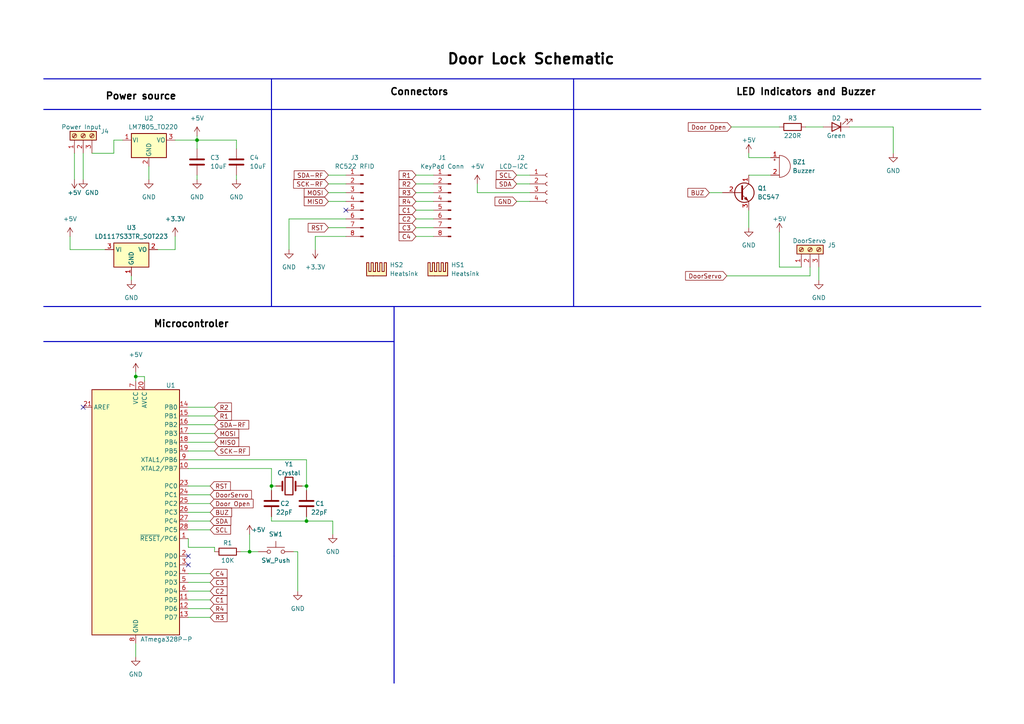
<source format=kicad_sch>
(kicad_sch (version 20230121) (generator eeschema)

  (uuid 434cd420-80ac-425a-87a4-541794b0fab1)

  (paper "A4")

  (title_block
    (title "Door Lock Automation Schematic")
    (date "2023-11-09")
    (company "@tronics_danny")
  )

  (lib_symbols
    (symbol "Connector:Conn_01x04_Socket" (pin_names (offset 1.016) hide) (in_bom yes) (on_board yes)
      (property "Reference" "J" (at 0 5.08 0)
        (effects (font (size 1.27 1.27)))
      )
      (property "Value" "Conn_01x04_Socket" (at 0 -7.62 0)
        (effects (font (size 1.27 1.27)))
      )
      (property "Footprint" "" (at 0 0 0)
        (effects (font (size 1.27 1.27)) hide)
      )
      (property "Datasheet" "~" (at 0 0 0)
        (effects (font (size 1.27 1.27)) hide)
      )
      (property "ki_locked" "" (at 0 0 0)
        (effects (font (size 1.27 1.27)))
      )
      (property "ki_keywords" "connector" (at 0 0 0)
        (effects (font (size 1.27 1.27)) hide)
      )
      (property "ki_description" "Generic connector, single row, 01x04, script generated" (at 0 0 0)
        (effects (font (size 1.27 1.27)) hide)
      )
      (property "ki_fp_filters" "Connector*:*_1x??_*" (at 0 0 0)
        (effects (font (size 1.27 1.27)) hide)
      )
      (symbol "Conn_01x04_Socket_1_1"
        (arc (start 0 -4.572) (mid -0.5058 -5.08) (end 0 -5.588)
          (stroke (width 0.1524) (type default))
          (fill (type none))
        )
        (arc (start 0 -2.032) (mid -0.5058 -2.54) (end 0 -3.048)
          (stroke (width 0.1524) (type default))
          (fill (type none))
        )
        (polyline
          (pts
            (xy -1.27 -5.08)
            (xy -0.508 -5.08)
          )
          (stroke (width 0.1524) (type default))
          (fill (type none))
        )
        (polyline
          (pts
            (xy -1.27 -2.54)
            (xy -0.508 -2.54)
          )
          (stroke (width 0.1524) (type default))
          (fill (type none))
        )
        (polyline
          (pts
            (xy -1.27 0)
            (xy -0.508 0)
          )
          (stroke (width 0.1524) (type default))
          (fill (type none))
        )
        (polyline
          (pts
            (xy -1.27 2.54)
            (xy -0.508 2.54)
          )
          (stroke (width 0.1524) (type default))
          (fill (type none))
        )
        (arc (start 0 0.508) (mid -0.5058 0) (end 0 -0.508)
          (stroke (width 0.1524) (type default))
          (fill (type none))
        )
        (arc (start 0 3.048) (mid -0.5058 2.54) (end 0 2.032)
          (stroke (width 0.1524) (type default))
          (fill (type none))
        )
        (pin passive line (at -5.08 2.54 0) (length 3.81)
          (name "Pin_1" (effects (font (size 1.27 1.27))))
          (number "1" (effects (font (size 1.27 1.27))))
        )
        (pin passive line (at -5.08 0 0) (length 3.81)
          (name "Pin_2" (effects (font (size 1.27 1.27))))
          (number "2" (effects (font (size 1.27 1.27))))
        )
        (pin passive line (at -5.08 -2.54 0) (length 3.81)
          (name "Pin_3" (effects (font (size 1.27 1.27))))
          (number "3" (effects (font (size 1.27 1.27))))
        )
        (pin passive line (at -5.08 -5.08 0) (length 3.81)
          (name "Pin_4" (effects (font (size 1.27 1.27))))
          (number "4" (effects (font (size 1.27 1.27))))
        )
      )
    )
    (symbol "Connector:Conn_01x08_Pin" (pin_names (offset 1.016) hide) (in_bom yes) (on_board yes)
      (property "Reference" "J" (at 0 10.16 0)
        (effects (font (size 1.27 1.27)))
      )
      (property "Value" "Conn_01x08_Pin" (at 0 -12.7 0)
        (effects (font (size 1.27 1.27)))
      )
      (property "Footprint" "" (at 0 0 0)
        (effects (font (size 1.27 1.27)) hide)
      )
      (property "Datasheet" "~" (at 0 0 0)
        (effects (font (size 1.27 1.27)) hide)
      )
      (property "ki_locked" "" (at 0 0 0)
        (effects (font (size 1.27 1.27)))
      )
      (property "ki_keywords" "connector" (at 0 0 0)
        (effects (font (size 1.27 1.27)) hide)
      )
      (property "ki_description" "Generic connector, single row, 01x08, script generated" (at 0 0 0)
        (effects (font (size 1.27 1.27)) hide)
      )
      (property "ki_fp_filters" "Connector*:*_1x??_*" (at 0 0 0)
        (effects (font (size 1.27 1.27)) hide)
      )
      (symbol "Conn_01x08_Pin_1_1"
        (polyline
          (pts
            (xy 1.27 -10.16)
            (xy 0.8636 -10.16)
          )
          (stroke (width 0.1524) (type default))
          (fill (type none))
        )
        (polyline
          (pts
            (xy 1.27 -7.62)
            (xy 0.8636 -7.62)
          )
          (stroke (width 0.1524) (type default))
          (fill (type none))
        )
        (polyline
          (pts
            (xy 1.27 -5.08)
            (xy 0.8636 -5.08)
          )
          (stroke (width 0.1524) (type default))
          (fill (type none))
        )
        (polyline
          (pts
            (xy 1.27 -2.54)
            (xy 0.8636 -2.54)
          )
          (stroke (width 0.1524) (type default))
          (fill (type none))
        )
        (polyline
          (pts
            (xy 1.27 0)
            (xy 0.8636 0)
          )
          (stroke (width 0.1524) (type default))
          (fill (type none))
        )
        (polyline
          (pts
            (xy 1.27 2.54)
            (xy 0.8636 2.54)
          )
          (stroke (width 0.1524) (type default))
          (fill (type none))
        )
        (polyline
          (pts
            (xy 1.27 5.08)
            (xy 0.8636 5.08)
          )
          (stroke (width 0.1524) (type default))
          (fill (type none))
        )
        (polyline
          (pts
            (xy 1.27 7.62)
            (xy 0.8636 7.62)
          )
          (stroke (width 0.1524) (type default))
          (fill (type none))
        )
        (rectangle (start 0.8636 -10.033) (end 0 -10.287)
          (stroke (width 0.1524) (type default))
          (fill (type outline))
        )
        (rectangle (start 0.8636 -7.493) (end 0 -7.747)
          (stroke (width 0.1524) (type default))
          (fill (type outline))
        )
        (rectangle (start 0.8636 -4.953) (end 0 -5.207)
          (stroke (width 0.1524) (type default))
          (fill (type outline))
        )
        (rectangle (start 0.8636 -2.413) (end 0 -2.667)
          (stroke (width 0.1524) (type default))
          (fill (type outline))
        )
        (rectangle (start 0.8636 0.127) (end 0 -0.127)
          (stroke (width 0.1524) (type default))
          (fill (type outline))
        )
        (rectangle (start 0.8636 2.667) (end 0 2.413)
          (stroke (width 0.1524) (type default))
          (fill (type outline))
        )
        (rectangle (start 0.8636 5.207) (end 0 4.953)
          (stroke (width 0.1524) (type default))
          (fill (type outline))
        )
        (rectangle (start 0.8636 7.747) (end 0 7.493)
          (stroke (width 0.1524) (type default))
          (fill (type outline))
        )
        (pin passive line (at 5.08 7.62 180) (length 3.81)
          (name "Pin_1" (effects (font (size 1.27 1.27))))
          (number "1" (effects (font (size 1.27 1.27))))
        )
        (pin passive line (at 5.08 5.08 180) (length 3.81)
          (name "Pin_2" (effects (font (size 1.27 1.27))))
          (number "2" (effects (font (size 1.27 1.27))))
        )
        (pin passive line (at 5.08 2.54 180) (length 3.81)
          (name "Pin_3" (effects (font (size 1.27 1.27))))
          (number "3" (effects (font (size 1.27 1.27))))
        )
        (pin passive line (at 5.08 0 180) (length 3.81)
          (name "Pin_4" (effects (font (size 1.27 1.27))))
          (number "4" (effects (font (size 1.27 1.27))))
        )
        (pin passive line (at 5.08 -2.54 180) (length 3.81)
          (name "Pin_5" (effects (font (size 1.27 1.27))))
          (number "5" (effects (font (size 1.27 1.27))))
        )
        (pin passive line (at 5.08 -5.08 180) (length 3.81)
          (name "Pin_6" (effects (font (size 1.27 1.27))))
          (number "6" (effects (font (size 1.27 1.27))))
        )
        (pin passive line (at 5.08 -7.62 180) (length 3.81)
          (name "Pin_7" (effects (font (size 1.27 1.27))))
          (number "7" (effects (font (size 1.27 1.27))))
        )
        (pin passive line (at 5.08 -10.16 180) (length 3.81)
          (name "Pin_8" (effects (font (size 1.27 1.27))))
          (number "8" (effects (font (size 1.27 1.27))))
        )
      )
    )
    (symbol "Connector:Screw_Terminal_01x03" (pin_names (offset 1.016) hide) (in_bom yes) (on_board yes)
      (property "Reference" "J" (at 0 5.08 0)
        (effects (font (size 1.27 1.27)))
      )
      (property "Value" "Screw_Terminal_01x03" (at 0 -5.08 0)
        (effects (font (size 1.27 1.27)))
      )
      (property "Footprint" "" (at 0 0 0)
        (effects (font (size 1.27 1.27)) hide)
      )
      (property "Datasheet" "~" (at 0 0 0)
        (effects (font (size 1.27 1.27)) hide)
      )
      (property "ki_keywords" "screw terminal" (at 0 0 0)
        (effects (font (size 1.27 1.27)) hide)
      )
      (property "ki_description" "Generic screw terminal, single row, 01x03, script generated (kicad-library-utils/schlib/autogen/connector/)" (at 0 0 0)
        (effects (font (size 1.27 1.27)) hide)
      )
      (property "ki_fp_filters" "TerminalBlock*:*" (at 0 0 0)
        (effects (font (size 1.27 1.27)) hide)
      )
      (symbol "Screw_Terminal_01x03_1_1"
        (rectangle (start -1.27 3.81) (end 1.27 -3.81)
          (stroke (width 0.254) (type default))
          (fill (type background))
        )
        (circle (center 0 -2.54) (radius 0.635)
          (stroke (width 0.1524) (type default))
          (fill (type none))
        )
        (polyline
          (pts
            (xy -0.5334 -2.2098)
            (xy 0.3302 -3.048)
          )
          (stroke (width 0.1524) (type default))
          (fill (type none))
        )
        (polyline
          (pts
            (xy -0.5334 0.3302)
            (xy 0.3302 -0.508)
          )
          (stroke (width 0.1524) (type default))
          (fill (type none))
        )
        (polyline
          (pts
            (xy -0.5334 2.8702)
            (xy 0.3302 2.032)
          )
          (stroke (width 0.1524) (type default))
          (fill (type none))
        )
        (polyline
          (pts
            (xy -0.3556 -2.032)
            (xy 0.508 -2.8702)
          )
          (stroke (width 0.1524) (type default))
          (fill (type none))
        )
        (polyline
          (pts
            (xy -0.3556 0.508)
            (xy 0.508 -0.3302)
          )
          (stroke (width 0.1524) (type default))
          (fill (type none))
        )
        (polyline
          (pts
            (xy -0.3556 3.048)
            (xy 0.508 2.2098)
          )
          (stroke (width 0.1524) (type default))
          (fill (type none))
        )
        (circle (center 0 0) (radius 0.635)
          (stroke (width 0.1524) (type default))
          (fill (type none))
        )
        (circle (center 0 2.54) (radius 0.635)
          (stroke (width 0.1524) (type default))
          (fill (type none))
        )
        (pin passive line (at -5.08 2.54 0) (length 3.81)
          (name "Pin_1" (effects (font (size 1.27 1.27))))
          (number "1" (effects (font (size 1.27 1.27))))
        )
        (pin passive line (at -5.08 0 0) (length 3.81)
          (name "Pin_2" (effects (font (size 1.27 1.27))))
          (number "2" (effects (font (size 1.27 1.27))))
        )
        (pin passive line (at -5.08 -2.54 0) (length 3.81)
          (name "Pin_3" (effects (font (size 1.27 1.27))))
          (number "3" (effects (font (size 1.27 1.27))))
        )
      )
    )
    (symbol "Device:Buzzer" (pin_names (offset 0.0254) hide) (in_bom yes) (on_board yes)
      (property "Reference" "BZ" (at 3.81 1.27 0)
        (effects (font (size 1.27 1.27)) (justify left))
      )
      (property "Value" "Buzzer" (at 3.81 -1.27 0)
        (effects (font (size 1.27 1.27)) (justify left))
      )
      (property "Footprint" "" (at -0.635 2.54 90)
        (effects (font (size 1.27 1.27)) hide)
      )
      (property "Datasheet" "~" (at -0.635 2.54 90)
        (effects (font (size 1.27 1.27)) hide)
      )
      (property "ki_keywords" "quartz resonator ceramic" (at 0 0 0)
        (effects (font (size 1.27 1.27)) hide)
      )
      (property "ki_description" "Buzzer, polarized" (at 0 0 0)
        (effects (font (size 1.27 1.27)) hide)
      )
      (property "ki_fp_filters" "*Buzzer*" (at 0 0 0)
        (effects (font (size 1.27 1.27)) hide)
      )
      (symbol "Buzzer_0_1"
        (arc (start 0 -3.175) (mid 3.1612 0) (end 0 3.175)
          (stroke (width 0) (type default))
          (fill (type none))
        )
        (polyline
          (pts
            (xy -1.651 1.905)
            (xy -1.143 1.905)
          )
          (stroke (width 0) (type default))
          (fill (type none))
        )
        (polyline
          (pts
            (xy -1.397 2.159)
            (xy -1.397 1.651)
          )
          (stroke (width 0) (type default))
          (fill (type none))
        )
        (polyline
          (pts
            (xy 0 3.175)
            (xy 0 -3.175)
          )
          (stroke (width 0) (type default))
          (fill (type none))
        )
      )
      (symbol "Buzzer_1_1"
        (pin passive line (at -2.54 2.54 0) (length 2.54)
          (name "-" (effects (font (size 1.27 1.27))))
          (number "1" (effects (font (size 1.27 1.27))))
        )
        (pin passive line (at -2.54 -2.54 0) (length 2.54)
          (name "+" (effects (font (size 1.27 1.27))))
          (number "2" (effects (font (size 1.27 1.27))))
        )
      )
    )
    (symbol "Device:C" (pin_numbers hide) (pin_names (offset 0.254)) (in_bom yes) (on_board yes)
      (property "Reference" "C" (at 0.635 2.54 0)
        (effects (font (size 1.27 1.27)) (justify left))
      )
      (property "Value" "C" (at 0.635 -2.54 0)
        (effects (font (size 1.27 1.27)) (justify left))
      )
      (property "Footprint" "" (at 0.9652 -3.81 0)
        (effects (font (size 1.27 1.27)) hide)
      )
      (property "Datasheet" "~" (at 0 0 0)
        (effects (font (size 1.27 1.27)) hide)
      )
      (property "ki_keywords" "cap capacitor" (at 0 0 0)
        (effects (font (size 1.27 1.27)) hide)
      )
      (property "ki_description" "Unpolarized capacitor" (at 0 0 0)
        (effects (font (size 1.27 1.27)) hide)
      )
      (property "ki_fp_filters" "C_*" (at 0 0 0)
        (effects (font (size 1.27 1.27)) hide)
      )
      (symbol "C_0_1"
        (polyline
          (pts
            (xy -2.032 -0.762)
            (xy 2.032 -0.762)
          )
          (stroke (width 0.508) (type default))
          (fill (type none))
        )
        (polyline
          (pts
            (xy -2.032 0.762)
            (xy 2.032 0.762)
          )
          (stroke (width 0.508) (type default))
          (fill (type none))
        )
      )
      (symbol "C_1_1"
        (pin passive line (at 0 3.81 270) (length 2.794)
          (name "~" (effects (font (size 1.27 1.27))))
          (number "1" (effects (font (size 1.27 1.27))))
        )
        (pin passive line (at 0 -3.81 90) (length 2.794)
          (name "~" (effects (font (size 1.27 1.27))))
          (number "2" (effects (font (size 1.27 1.27))))
        )
      )
    )
    (symbol "Device:Crystal" (pin_numbers hide) (pin_names (offset 1.016) hide) (in_bom yes) (on_board yes)
      (property "Reference" "Y" (at 0 3.81 0)
        (effects (font (size 1.27 1.27)))
      )
      (property "Value" "Crystal" (at 0 -3.81 0)
        (effects (font (size 1.27 1.27)))
      )
      (property "Footprint" "" (at 0 0 0)
        (effects (font (size 1.27 1.27)) hide)
      )
      (property "Datasheet" "~" (at 0 0 0)
        (effects (font (size 1.27 1.27)) hide)
      )
      (property "ki_keywords" "quartz ceramic resonator oscillator" (at 0 0 0)
        (effects (font (size 1.27 1.27)) hide)
      )
      (property "ki_description" "Two pin crystal" (at 0 0 0)
        (effects (font (size 1.27 1.27)) hide)
      )
      (property "ki_fp_filters" "Crystal*" (at 0 0 0)
        (effects (font (size 1.27 1.27)) hide)
      )
      (symbol "Crystal_0_1"
        (rectangle (start -1.143 2.54) (end 1.143 -2.54)
          (stroke (width 0.3048) (type default))
          (fill (type none))
        )
        (polyline
          (pts
            (xy -2.54 0)
            (xy -1.905 0)
          )
          (stroke (width 0) (type default))
          (fill (type none))
        )
        (polyline
          (pts
            (xy -1.905 -1.27)
            (xy -1.905 1.27)
          )
          (stroke (width 0.508) (type default))
          (fill (type none))
        )
        (polyline
          (pts
            (xy 1.905 -1.27)
            (xy 1.905 1.27)
          )
          (stroke (width 0.508) (type default))
          (fill (type none))
        )
        (polyline
          (pts
            (xy 2.54 0)
            (xy 1.905 0)
          )
          (stroke (width 0) (type default))
          (fill (type none))
        )
      )
      (symbol "Crystal_1_1"
        (pin passive line (at -3.81 0 0) (length 1.27)
          (name "1" (effects (font (size 1.27 1.27))))
          (number "1" (effects (font (size 1.27 1.27))))
        )
        (pin passive line (at 3.81 0 180) (length 1.27)
          (name "2" (effects (font (size 1.27 1.27))))
          (number "2" (effects (font (size 1.27 1.27))))
        )
      )
    )
    (symbol "Device:LED" (pin_numbers hide) (pin_names (offset 1.016) hide) (in_bom yes) (on_board yes)
      (property "Reference" "D" (at 0 2.54 0)
        (effects (font (size 1.27 1.27)))
      )
      (property "Value" "LED" (at 0 -2.54 0)
        (effects (font (size 1.27 1.27)))
      )
      (property "Footprint" "" (at 0 0 0)
        (effects (font (size 1.27 1.27)) hide)
      )
      (property "Datasheet" "~" (at 0 0 0)
        (effects (font (size 1.27 1.27)) hide)
      )
      (property "ki_keywords" "LED diode" (at 0 0 0)
        (effects (font (size 1.27 1.27)) hide)
      )
      (property "ki_description" "Light emitting diode" (at 0 0 0)
        (effects (font (size 1.27 1.27)) hide)
      )
      (property "ki_fp_filters" "LED* LED_SMD:* LED_THT:*" (at 0 0 0)
        (effects (font (size 1.27 1.27)) hide)
      )
      (symbol "LED_0_1"
        (polyline
          (pts
            (xy -1.27 -1.27)
            (xy -1.27 1.27)
          )
          (stroke (width 0.254) (type default))
          (fill (type none))
        )
        (polyline
          (pts
            (xy -1.27 0)
            (xy 1.27 0)
          )
          (stroke (width 0) (type default))
          (fill (type none))
        )
        (polyline
          (pts
            (xy 1.27 -1.27)
            (xy 1.27 1.27)
            (xy -1.27 0)
            (xy 1.27 -1.27)
          )
          (stroke (width 0.254) (type default))
          (fill (type none))
        )
        (polyline
          (pts
            (xy -3.048 -0.762)
            (xy -4.572 -2.286)
            (xy -3.81 -2.286)
            (xy -4.572 -2.286)
            (xy -4.572 -1.524)
          )
          (stroke (width 0) (type default))
          (fill (type none))
        )
        (polyline
          (pts
            (xy -1.778 -0.762)
            (xy -3.302 -2.286)
            (xy -2.54 -2.286)
            (xy -3.302 -2.286)
            (xy -3.302 -1.524)
          )
          (stroke (width 0) (type default))
          (fill (type none))
        )
      )
      (symbol "LED_1_1"
        (pin passive line (at -3.81 0 0) (length 2.54)
          (name "K" (effects (font (size 1.27 1.27))))
          (number "1" (effects (font (size 1.27 1.27))))
        )
        (pin passive line (at 3.81 0 180) (length 2.54)
          (name "A" (effects (font (size 1.27 1.27))))
          (number "2" (effects (font (size 1.27 1.27))))
        )
      )
    )
    (symbol "Device:R" (pin_numbers hide) (pin_names (offset 0)) (in_bom yes) (on_board yes)
      (property "Reference" "R" (at 2.032 0 90)
        (effects (font (size 1.27 1.27)))
      )
      (property "Value" "R" (at 0 0 90)
        (effects (font (size 1.27 1.27)))
      )
      (property "Footprint" "" (at -1.778 0 90)
        (effects (font (size 1.27 1.27)) hide)
      )
      (property "Datasheet" "~" (at 0 0 0)
        (effects (font (size 1.27 1.27)) hide)
      )
      (property "ki_keywords" "R res resistor" (at 0 0 0)
        (effects (font (size 1.27 1.27)) hide)
      )
      (property "ki_description" "Resistor" (at 0 0 0)
        (effects (font (size 1.27 1.27)) hide)
      )
      (property "ki_fp_filters" "R_*" (at 0 0 0)
        (effects (font (size 1.27 1.27)) hide)
      )
      (symbol "R_0_1"
        (rectangle (start -1.016 -2.54) (end 1.016 2.54)
          (stroke (width 0.254) (type default))
          (fill (type none))
        )
      )
      (symbol "R_1_1"
        (pin passive line (at 0 3.81 270) (length 1.27)
          (name "~" (effects (font (size 1.27 1.27))))
          (number "1" (effects (font (size 1.27 1.27))))
        )
        (pin passive line (at 0 -3.81 90) (length 1.27)
          (name "~" (effects (font (size 1.27 1.27))))
          (number "2" (effects (font (size 1.27 1.27))))
        )
      )
    )
    (symbol "MCU_Microchip_ATmega:ATmega328P-P" (in_bom yes) (on_board yes)
      (property "Reference" "U" (at -12.7 36.83 0)
        (effects (font (size 1.27 1.27)) (justify left bottom))
      )
      (property "Value" "ATmega328P-P" (at 2.54 -36.83 0)
        (effects (font (size 1.27 1.27)) (justify left top))
      )
      (property "Footprint" "Package_DIP:DIP-28_W7.62mm" (at 0 0 0)
        (effects (font (size 1.27 1.27) italic) hide)
      )
      (property "Datasheet" "http://ww1.microchip.com/downloads/en/DeviceDoc/ATmega328_P%20AVR%20MCU%20with%20picoPower%20Technology%20Data%20Sheet%2040001984A.pdf" (at 0 0 0)
        (effects (font (size 1.27 1.27)) hide)
      )
      (property "ki_keywords" "AVR 8bit Microcontroller MegaAVR PicoPower" (at 0 0 0)
        (effects (font (size 1.27 1.27)) hide)
      )
      (property "ki_description" "20MHz, 32kB Flash, 2kB SRAM, 1kB EEPROM, DIP-28" (at 0 0 0)
        (effects (font (size 1.27 1.27)) hide)
      )
      (property "ki_fp_filters" "DIP*W7.62mm*" (at 0 0 0)
        (effects (font (size 1.27 1.27)) hide)
      )
      (symbol "ATmega328P-P_0_1"
        (rectangle (start -12.7 -35.56) (end 12.7 35.56)
          (stroke (width 0.254) (type default))
          (fill (type background))
        )
      )
      (symbol "ATmega328P-P_1_1"
        (pin bidirectional line (at 15.24 -7.62 180) (length 2.54)
          (name "~{RESET}/PC6" (effects (font (size 1.27 1.27))))
          (number "1" (effects (font (size 1.27 1.27))))
        )
        (pin bidirectional line (at 15.24 12.7 180) (length 2.54)
          (name "XTAL2/PB7" (effects (font (size 1.27 1.27))))
          (number "10" (effects (font (size 1.27 1.27))))
        )
        (pin bidirectional line (at 15.24 -25.4 180) (length 2.54)
          (name "PD5" (effects (font (size 1.27 1.27))))
          (number "11" (effects (font (size 1.27 1.27))))
        )
        (pin bidirectional line (at 15.24 -27.94 180) (length 2.54)
          (name "PD6" (effects (font (size 1.27 1.27))))
          (number "12" (effects (font (size 1.27 1.27))))
        )
        (pin bidirectional line (at 15.24 -30.48 180) (length 2.54)
          (name "PD7" (effects (font (size 1.27 1.27))))
          (number "13" (effects (font (size 1.27 1.27))))
        )
        (pin bidirectional line (at 15.24 30.48 180) (length 2.54)
          (name "PB0" (effects (font (size 1.27 1.27))))
          (number "14" (effects (font (size 1.27 1.27))))
        )
        (pin bidirectional line (at 15.24 27.94 180) (length 2.54)
          (name "PB1" (effects (font (size 1.27 1.27))))
          (number "15" (effects (font (size 1.27 1.27))))
        )
        (pin bidirectional line (at 15.24 25.4 180) (length 2.54)
          (name "PB2" (effects (font (size 1.27 1.27))))
          (number "16" (effects (font (size 1.27 1.27))))
        )
        (pin bidirectional line (at 15.24 22.86 180) (length 2.54)
          (name "PB3" (effects (font (size 1.27 1.27))))
          (number "17" (effects (font (size 1.27 1.27))))
        )
        (pin bidirectional line (at 15.24 20.32 180) (length 2.54)
          (name "PB4" (effects (font (size 1.27 1.27))))
          (number "18" (effects (font (size 1.27 1.27))))
        )
        (pin bidirectional line (at 15.24 17.78 180) (length 2.54)
          (name "PB5" (effects (font (size 1.27 1.27))))
          (number "19" (effects (font (size 1.27 1.27))))
        )
        (pin bidirectional line (at 15.24 -12.7 180) (length 2.54)
          (name "PD0" (effects (font (size 1.27 1.27))))
          (number "2" (effects (font (size 1.27 1.27))))
        )
        (pin power_in line (at 2.54 38.1 270) (length 2.54)
          (name "AVCC" (effects (font (size 1.27 1.27))))
          (number "20" (effects (font (size 1.27 1.27))))
        )
        (pin passive line (at -15.24 30.48 0) (length 2.54)
          (name "AREF" (effects (font (size 1.27 1.27))))
          (number "21" (effects (font (size 1.27 1.27))))
        )
        (pin passive line (at 0 -38.1 90) (length 2.54) hide
          (name "GND" (effects (font (size 1.27 1.27))))
          (number "22" (effects (font (size 1.27 1.27))))
        )
        (pin bidirectional line (at 15.24 7.62 180) (length 2.54)
          (name "PC0" (effects (font (size 1.27 1.27))))
          (number "23" (effects (font (size 1.27 1.27))))
        )
        (pin bidirectional line (at 15.24 5.08 180) (length 2.54)
          (name "PC1" (effects (font (size 1.27 1.27))))
          (number "24" (effects (font (size 1.27 1.27))))
        )
        (pin bidirectional line (at 15.24 2.54 180) (length 2.54)
          (name "PC2" (effects (font (size 1.27 1.27))))
          (number "25" (effects (font (size 1.27 1.27))))
        )
        (pin bidirectional line (at 15.24 0 180) (length 2.54)
          (name "PC3" (effects (font (size 1.27 1.27))))
          (number "26" (effects (font (size 1.27 1.27))))
        )
        (pin bidirectional line (at 15.24 -2.54 180) (length 2.54)
          (name "PC4" (effects (font (size 1.27 1.27))))
          (number "27" (effects (font (size 1.27 1.27))))
        )
        (pin bidirectional line (at 15.24 -5.08 180) (length 2.54)
          (name "PC5" (effects (font (size 1.27 1.27))))
          (number "28" (effects (font (size 1.27 1.27))))
        )
        (pin bidirectional line (at 15.24 -15.24 180) (length 2.54)
          (name "PD1" (effects (font (size 1.27 1.27))))
          (number "3" (effects (font (size 1.27 1.27))))
        )
        (pin bidirectional line (at 15.24 -17.78 180) (length 2.54)
          (name "PD2" (effects (font (size 1.27 1.27))))
          (number "4" (effects (font (size 1.27 1.27))))
        )
        (pin bidirectional line (at 15.24 -20.32 180) (length 2.54)
          (name "PD3" (effects (font (size 1.27 1.27))))
          (number "5" (effects (font (size 1.27 1.27))))
        )
        (pin bidirectional line (at 15.24 -22.86 180) (length 2.54)
          (name "PD4" (effects (font (size 1.27 1.27))))
          (number "6" (effects (font (size 1.27 1.27))))
        )
        (pin power_in line (at 0 38.1 270) (length 2.54)
          (name "VCC" (effects (font (size 1.27 1.27))))
          (number "7" (effects (font (size 1.27 1.27))))
        )
        (pin power_in line (at 0 -38.1 90) (length 2.54)
          (name "GND" (effects (font (size 1.27 1.27))))
          (number "8" (effects (font (size 1.27 1.27))))
        )
        (pin bidirectional line (at 15.24 15.24 180) (length 2.54)
          (name "XTAL1/PB6" (effects (font (size 1.27 1.27))))
          (number "9" (effects (font (size 1.27 1.27))))
        )
      )
    )
    (symbol "Mechanical:Heatsink" (pin_names (offset 1.016)) (in_bom yes) (on_board yes)
      (property "Reference" "HS" (at 0 5.08 0)
        (effects (font (size 1.27 1.27)))
      )
      (property "Value" "Heatsink" (at 0 -1.27 0)
        (effects (font (size 1.27 1.27)))
      )
      (property "Footprint" "" (at 0.3048 0 0)
        (effects (font (size 1.27 1.27)) hide)
      )
      (property "Datasheet" "~" (at 0.3048 0 0)
        (effects (font (size 1.27 1.27)) hide)
      )
      (property "ki_keywords" "thermal heat temperature" (at 0 0 0)
        (effects (font (size 1.27 1.27)) hide)
      )
      (property "ki_description" "Heatsink" (at 0 0 0)
        (effects (font (size 1.27 1.27)) hide)
      )
      (property "ki_fp_filters" "Heatsink_*" (at 0 0 0)
        (effects (font (size 1.27 1.27)) hide)
      )
      (symbol "Heatsink_0_1"
        (polyline
          (pts
            (xy -0.3302 1.27)
            (xy -0.9652 1.27)
            (xy -0.9652 3.81)
            (xy -1.6002 3.81)
            (xy -1.6002 1.27)
            (xy -2.2352 1.27)
            (xy -2.2352 3.81)
            (xy -2.8702 3.81)
            (xy -2.8702 0)
            (xy -0.9652 0)
          )
          (stroke (width 0.254) (type default))
          (fill (type background))
        )
        (polyline
          (pts
            (xy -0.3302 1.27)
            (xy -0.3302 3.81)
            (xy 0.3048 3.81)
            (xy 0.3048 1.27)
            (xy 0.9398 1.27)
            (xy 0.9398 3.81)
            (xy 1.5748 3.81)
            (xy 1.5748 1.27)
            (xy 2.2098 1.27)
            (xy 2.2098 3.81)
            (xy 2.8448 3.81)
            (xy 2.8448 0)
            (xy -0.9652 0)
          )
          (stroke (width 0.254) (type default))
          (fill (type background))
        )
      )
    )
    (symbol "Regulator_Linear:LD1117S33TR_SOT223" (in_bom yes) (on_board yes)
      (property "Reference" "U" (at -3.81 3.175 0)
        (effects (font (size 1.27 1.27)))
      )
      (property "Value" "LD1117S33TR_SOT223" (at 0 3.175 0)
        (effects (font (size 1.27 1.27)) (justify left))
      )
      (property "Footprint" "Package_TO_SOT_SMD:SOT-223-3_TabPin2" (at 0 5.08 0)
        (effects (font (size 1.27 1.27)) hide)
      )
      (property "Datasheet" "http://www.st.com/st-web-ui/static/active/en/resource/technical/document/datasheet/CD00000544.pdf" (at 2.54 -6.35 0)
        (effects (font (size 1.27 1.27)) hide)
      )
      (property "ki_keywords" "REGULATOR LDO 3.3V" (at 0 0 0)
        (effects (font (size 1.27 1.27)) hide)
      )
      (property "ki_description" "800mA Fixed Low Drop Positive Voltage Regulator, Fixed Output 3.3V, SOT-223" (at 0 0 0)
        (effects (font (size 1.27 1.27)) hide)
      )
      (property "ki_fp_filters" "SOT?223*TabPin2*" (at 0 0 0)
        (effects (font (size 1.27 1.27)) hide)
      )
      (symbol "LD1117S33TR_SOT223_0_1"
        (rectangle (start -5.08 -5.08) (end 5.08 1.905)
          (stroke (width 0.254) (type default))
          (fill (type background))
        )
      )
      (symbol "LD1117S33TR_SOT223_1_1"
        (pin power_in line (at 0 -7.62 90) (length 2.54)
          (name "GND" (effects (font (size 1.27 1.27))))
          (number "1" (effects (font (size 1.27 1.27))))
        )
        (pin power_out line (at 7.62 0 180) (length 2.54)
          (name "VO" (effects (font (size 1.27 1.27))))
          (number "2" (effects (font (size 1.27 1.27))))
        )
        (pin power_in line (at -7.62 0 0) (length 2.54)
          (name "VI" (effects (font (size 1.27 1.27))))
          (number "3" (effects (font (size 1.27 1.27))))
        )
      )
    )
    (symbol "Regulator_Linear:LM7805_TO220" (pin_names (offset 0.254)) (in_bom yes) (on_board yes)
      (property "Reference" "U2" (at 0 6.35 0)
        (effects (font (size 1.27 1.27)))
      )
      (property "Value" "LM7805_TO220" (at 1.27 3.81 0)
        (effects (font (size 1.27 1.27)))
      )
      (property "Footprint" "Package_TO_SOT_THT:TO-220-3_Vertical" (at 0 5.715 0)
        (effects (font (size 1.27 1.27) italic) hide)
      )
      (property "Datasheet" "https://www.onsemi.cn/PowerSolutions/document/MC7800-D.PDF" (at 0 -1.27 0)
        (effects (font (size 1.27 1.27)) hide)
      )
      (property "ki_keywords" "Voltage Regulator 1A Positive" (at 0 0 0)
        (effects (font (size 1.27 1.27)) hide)
      )
      (property "ki_description" "Positive 1A 35V Linear Regulator, Fixed Output 5V, TO-220" (at 0 0 0)
        (effects (font (size 1.27 1.27)) hide)
      )
      (property "ki_fp_filters" "TO?220*" (at 0 0 0)
        (effects (font (size 1.27 1.27)) hide)
      )
      (symbol "LM7805_TO220_0_1"
        (rectangle (start -5.08 1.905) (end 5.08 -5.08)
          (stroke (width 0.254) (type default))
          (fill (type background))
        )
      )
      (symbol "LM7805_TO220_1_1"
        (pin power_in line (at -7.62 0 0) (length 2.54)
          (name "VI" (effects (font (size 1.27 1.27))))
          (number "1" (effects (font (size 1.27 1.27))))
        )
        (pin power_in line (at 0 -7.62 90) (length 2.54)
          (name "GND" (effects (font (size 1.27 1.27))))
          (number "2" (effects (font (size 1.27 1.27))))
        )
        (pin power_out line (at 7.62 0 180) (length 2.54)
          (name "VO" (effects (font (size 1.27 1.27))))
          (number "3" (effects (font (size 1.27 1.27))))
        )
      )
    )
    (symbol "Switch:SW_Push" (pin_numbers hide) (pin_names (offset 1.016) hide) (in_bom yes) (on_board yes)
      (property "Reference" "SW" (at 1.27 2.54 0)
        (effects (font (size 1.27 1.27)) (justify left))
      )
      (property "Value" "SW_Push" (at 0 -1.524 0)
        (effects (font (size 1.27 1.27)))
      )
      (property "Footprint" "" (at 0 5.08 0)
        (effects (font (size 1.27 1.27)) hide)
      )
      (property "Datasheet" "~" (at 0 5.08 0)
        (effects (font (size 1.27 1.27)) hide)
      )
      (property "ki_keywords" "switch normally-open pushbutton push-button" (at 0 0 0)
        (effects (font (size 1.27 1.27)) hide)
      )
      (property "ki_description" "Push button switch, generic, two pins" (at 0 0 0)
        (effects (font (size 1.27 1.27)) hide)
      )
      (symbol "SW_Push_0_1"
        (circle (center -2.032 0) (radius 0.508)
          (stroke (width 0) (type default))
          (fill (type none))
        )
        (polyline
          (pts
            (xy 0 1.27)
            (xy 0 3.048)
          )
          (stroke (width 0) (type default))
          (fill (type none))
        )
        (polyline
          (pts
            (xy 2.54 1.27)
            (xy -2.54 1.27)
          )
          (stroke (width 0) (type default))
          (fill (type none))
        )
        (circle (center 2.032 0) (radius 0.508)
          (stroke (width 0) (type default))
          (fill (type none))
        )
        (pin passive line (at -5.08 0 0) (length 2.54)
          (name "1" (effects (font (size 1.27 1.27))))
          (number "1" (effects (font (size 1.27 1.27))))
        )
        (pin passive line (at 5.08 0 180) (length 2.54)
          (name "2" (effects (font (size 1.27 1.27))))
          (number "2" (effects (font (size 1.27 1.27))))
        )
      )
    )
    (symbol "Transistor_BJT:BC547" (pin_names (offset 0) hide) (in_bom yes) (on_board yes)
      (property "Reference" "Q" (at 5.08 1.905 0)
        (effects (font (size 1.27 1.27)) (justify left))
      )
      (property "Value" "BC547" (at 5.08 0 0)
        (effects (font (size 1.27 1.27)) (justify left))
      )
      (property "Footprint" "Package_TO_SOT_THT:TO-92_Inline" (at 5.08 -1.905 0)
        (effects (font (size 1.27 1.27) italic) (justify left) hide)
      )
      (property "Datasheet" "https://www.onsemi.com/pub/Collateral/BC550-D.pdf" (at 0 0 0)
        (effects (font (size 1.27 1.27)) (justify left) hide)
      )
      (property "ki_keywords" "NPN Transistor" (at 0 0 0)
        (effects (font (size 1.27 1.27)) hide)
      )
      (property "ki_description" "0.1A Ic, 45V Vce, Small Signal NPN Transistor, TO-92" (at 0 0 0)
        (effects (font (size 1.27 1.27)) hide)
      )
      (property "ki_fp_filters" "TO?92*" (at 0 0 0)
        (effects (font (size 1.27 1.27)) hide)
      )
      (symbol "BC547_0_1"
        (polyline
          (pts
            (xy 0 0)
            (xy 0.635 0)
          )
          (stroke (width 0) (type default))
          (fill (type none))
        )
        (polyline
          (pts
            (xy 0.635 0.635)
            (xy 2.54 2.54)
          )
          (stroke (width 0) (type default))
          (fill (type none))
        )
        (polyline
          (pts
            (xy 0.635 -0.635)
            (xy 2.54 -2.54)
            (xy 2.54 -2.54)
          )
          (stroke (width 0) (type default))
          (fill (type none))
        )
        (polyline
          (pts
            (xy 0.635 1.905)
            (xy 0.635 -1.905)
            (xy 0.635 -1.905)
          )
          (stroke (width 0.508) (type default))
          (fill (type none))
        )
        (polyline
          (pts
            (xy 1.27 -1.778)
            (xy 1.778 -1.27)
            (xy 2.286 -2.286)
            (xy 1.27 -1.778)
            (xy 1.27 -1.778)
          )
          (stroke (width 0) (type default))
          (fill (type outline))
        )
        (circle (center 1.27 0) (radius 2.8194)
          (stroke (width 0.254) (type default))
          (fill (type none))
        )
      )
      (symbol "BC547_1_1"
        (pin passive line (at 2.54 5.08 270) (length 2.54)
          (name "C" (effects (font (size 1.27 1.27))))
          (number "1" (effects (font (size 1.27 1.27))))
        )
        (pin input line (at -5.08 0 0) (length 5.08)
          (name "B" (effects (font (size 1.27 1.27))))
          (number "2" (effects (font (size 1.27 1.27))))
        )
        (pin passive line (at 2.54 -5.08 90) (length 2.54)
          (name "E" (effects (font (size 1.27 1.27))))
          (number "3" (effects (font (size 1.27 1.27))))
        )
      )
    )
    (symbol "power:+3.3V" (power) (pin_names (offset 0)) (in_bom yes) (on_board yes)
      (property "Reference" "#PWR" (at 0 -3.81 0)
        (effects (font (size 1.27 1.27)) hide)
      )
      (property "Value" "+3.3V" (at 0 3.556 0)
        (effects (font (size 1.27 1.27)))
      )
      (property "Footprint" "" (at 0 0 0)
        (effects (font (size 1.27 1.27)) hide)
      )
      (property "Datasheet" "" (at 0 0 0)
        (effects (font (size 1.27 1.27)) hide)
      )
      (property "ki_keywords" "global power" (at 0 0 0)
        (effects (font (size 1.27 1.27)) hide)
      )
      (property "ki_description" "Power symbol creates a global label with name \"+3.3V\"" (at 0 0 0)
        (effects (font (size 1.27 1.27)) hide)
      )
      (symbol "+3.3V_0_1"
        (polyline
          (pts
            (xy -0.762 1.27)
            (xy 0 2.54)
          )
          (stroke (width 0) (type default))
          (fill (type none))
        )
        (polyline
          (pts
            (xy 0 0)
            (xy 0 2.54)
          )
          (stroke (width 0) (type default))
          (fill (type none))
        )
        (polyline
          (pts
            (xy 0 2.54)
            (xy 0.762 1.27)
          )
          (stroke (width 0) (type default))
          (fill (type none))
        )
      )
      (symbol "+3.3V_1_1"
        (pin power_in line (at 0 0 90) (length 0) hide
          (name "+3.3V" (effects (font (size 1.27 1.27))))
          (number "1" (effects (font (size 1.27 1.27))))
        )
      )
    )
    (symbol "power:+5V" (power) (pin_names (offset 0)) (in_bom yes) (on_board yes)
      (property "Reference" "#PWR" (at 0 -3.81 0)
        (effects (font (size 1.27 1.27)) hide)
      )
      (property "Value" "+5V" (at 0 3.556 0)
        (effects (font (size 1.27 1.27)))
      )
      (property "Footprint" "" (at 0 0 0)
        (effects (font (size 1.27 1.27)) hide)
      )
      (property "Datasheet" "" (at 0 0 0)
        (effects (font (size 1.27 1.27)) hide)
      )
      (property "ki_keywords" "global power" (at 0 0 0)
        (effects (font (size 1.27 1.27)) hide)
      )
      (property "ki_description" "Power symbol creates a global label with name \"+5V\"" (at 0 0 0)
        (effects (font (size 1.27 1.27)) hide)
      )
      (symbol "+5V_0_1"
        (polyline
          (pts
            (xy -0.762 1.27)
            (xy 0 2.54)
          )
          (stroke (width 0) (type default))
          (fill (type none))
        )
        (polyline
          (pts
            (xy 0 0)
            (xy 0 2.54)
          )
          (stroke (width 0) (type default))
          (fill (type none))
        )
        (polyline
          (pts
            (xy 0 2.54)
            (xy 0.762 1.27)
          )
          (stroke (width 0) (type default))
          (fill (type none))
        )
      )
      (symbol "+5V_1_1"
        (pin power_in line (at 0 0 90) (length 0) hide
          (name "+5V" (effects (font (size 1.27 1.27))))
          (number "1" (effects (font (size 1.27 1.27))))
        )
      )
    )
    (symbol "power:GND" (power) (pin_names (offset 0)) (in_bom yes) (on_board yes)
      (property "Reference" "#PWR" (at 0 -6.35 0)
        (effects (font (size 1.27 1.27)) hide)
      )
      (property "Value" "GND" (at 0 -3.81 0)
        (effects (font (size 1.27 1.27)))
      )
      (property "Footprint" "" (at 0 0 0)
        (effects (font (size 1.27 1.27)) hide)
      )
      (property "Datasheet" "" (at 0 0 0)
        (effects (font (size 1.27 1.27)) hide)
      )
      (property "ki_keywords" "global power" (at 0 0 0)
        (effects (font (size 1.27 1.27)) hide)
      )
      (property "ki_description" "Power symbol creates a global label with name \"GND\" , ground" (at 0 0 0)
        (effects (font (size 1.27 1.27)) hide)
      )
      (symbol "GND_0_1"
        (polyline
          (pts
            (xy 0 0)
            (xy 0 -1.27)
            (xy 1.27 -1.27)
            (xy 0 -2.54)
            (xy -1.27 -1.27)
            (xy 0 -1.27)
          )
          (stroke (width 0) (type default))
          (fill (type none))
        )
      )
      (symbol "GND_1_1"
        (pin power_in line (at 0 0 270) (length 0) hide
          (name "GND" (effects (font (size 1.27 1.27))))
          (number "1" (effects (font (size 1.27 1.27))))
        )
      )
    )
  )

  (junction (at 88.9 151.13) (diameter 0) (color 0 0 0 0)
    (uuid 1f8dacc5-9ab8-4f68-9dfc-41ec5e934196)
  )
  (junction (at 57.15 40.64) (diameter 0) (color 0 0 0 0)
    (uuid 7a9c59cb-da2f-4332-b9be-6e4f34cc7523)
  )
  (junction (at 72.39 160.02) (diameter 0) (color 0 0 0 0)
    (uuid 7e2cf42a-ae97-4bd7-936b-0651cc6baab7)
  )
  (junction (at 88.9 140.97) (diameter 0) (color 0 0 0 0)
    (uuid 921a8fec-8f47-4cc7-84c7-d134e887d17b)
  )
  (junction (at 78.74 140.97) (diameter 0) (color 0 0 0 0)
    (uuid c72bc04a-4601-4185-8cd9-16bdb3ba6cca)
  )
  (junction (at 39.37 109.22) (diameter 0) (color 0 0 0 0)
    (uuid d8f26fa1-e33d-40e1-bf46-ac05add5d10e)
  )

  (no_connect (at 54.61 163.83) (uuid 14fea697-7d25-40e3-8eb5-c13833cba0c0))
  (no_connect (at 24.13 118.11) (uuid 8b47530b-3399-44f4-af8c-97968c979178))
  (no_connect (at 100.33 60.96) (uuid ae78abab-4f50-4882-8e27-fe53d0fd58e7))
  (no_connect (at 54.61 161.29) (uuid fbd346ba-4ccc-41a2-9aed-930c827df8b1))

  (wire (pts (xy 95.25 50.8) (xy 100.33 50.8))
    (stroke (width 0) (type default))
    (uuid 06c8c2b0-5a1d-4b2c-a7c1-249e66cc147b)
  )
  (wire (pts (xy 39.37 186.69) (xy 39.37 190.5))
    (stroke (width 0) (type default))
    (uuid 092b086f-f0f9-4ddc-a7d5-38a587d3f099)
  )
  (wire (pts (xy 234.95 80.01) (xy 234.95 77.47))
    (stroke (width 0) (type default))
    (uuid 0be0ec2d-b61b-45b9-b4ed-5bde5f4a7348)
  )
  (wire (pts (xy 50.8 40.64) (xy 57.15 40.64))
    (stroke (width 0) (type default))
    (uuid 0dc6e84d-671a-4498-9bbd-f5c05f9ca268)
  )
  (wire (pts (xy 96.52 151.13) (xy 96.52 154.94))
    (stroke (width 0) (type default))
    (uuid 126f2d8b-dc03-4c49-a4f6-db252e3dbaf3)
  )
  (wire (pts (xy 91.44 68.58) (xy 100.33 68.58))
    (stroke (width 0) (type default))
    (uuid 19eea2e2-4a90-4af0-8a34-6421a03c3c75)
  )
  (wire (pts (xy 72.39 154.94) (xy 72.39 160.02))
    (stroke (width 0) (type default))
    (uuid 1baaba19-988e-40c8-b37a-0e72ec86d981)
  )
  (wire (pts (xy 54.61 140.97) (xy 60.96 140.97))
    (stroke (width 0) (type default))
    (uuid 1e7104b2-bb77-47cb-9f5d-8357ed356811)
  )
  (wire (pts (xy 69.85 160.02) (xy 72.39 160.02))
    (stroke (width 0) (type default))
    (uuid 214f4772-b051-46d9-b878-365a5be280a3)
  )
  (wire (pts (xy 20.32 68.58) (xy 20.32 72.39))
    (stroke (width 0) (type default))
    (uuid 21b51908-16ac-40fd-b352-fd095ed18298)
  )
  (polyline (pts (xy 12.7 99.06) (xy 114.3 99.06))
    (stroke (width 0.3) (type default))
    (uuid 23aef1ed-4e00-4980-9b2a-b29c105d3f89)
  )

  (wire (pts (xy 24.13 44.45) (xy 24.13 52.07))
    (stroke (width 0) (type default))
    (uuid 23c8bd1b-e2b9-47be-98d2-74e806d7029b)
  )
  (polyline (pts (xy 166.37 22.86) (xy 166.37 88.9))
    (stroke (width 0.3) (type default))
    (uuid 28650e26-077c-4028-a352-6eb63e2ad3b5)
  )

  (wire (pts (xy 120.65 63.5) (xy 125.73 63.5))
    (stroke (width 0) (type default))
    (uuid 2acc8b12-24c0-49c5-be70-c0201af024a0)
  )
  (wire (pts (xy 91.44 68.58) (xy 91.44 72.39))
    (stroke (width 0) (type default))
    (uuid 2d9d9560-b525-4fcc-b862-5fde76e48026)
  )
  (wire (pts (xy 95.25 58.42) (xy 100.33 58.42))
    (stroke (width 0) (type default))
    (uuid 2f33dc25-6f47-4890-8a3d-137ef38ba5ef)
  )
  (wire (pts (xy 54.61 123.19) (xy 62.23 123.19))
    (stroke (width 0) (type default))
    (uuid 304d2d53-130f-4709-a9d6-181d21aaf4ce)
  )
  (wire (pts (xy 120.65 68.58) (xy 125.73 68.58))
    (stroke (width 0) (type default))
    (uuid 30af990d-313e-4a7e-a95c-14efa037095a)
  )
  (wire (pts (xy 54.61 148.59) (xy 60.96 148.59))
    (stroke (width 0) (type default))
    (uuid 31f34831-67d7-41c1-b2cf-8da4e3ff1f10)
  )
  (wire (pts (xy 138.43 55.88) (xy 153.67 55.88))
    (stroke (width 0) (type default))
    (uuid 327ce526-d2cb-4966-8d1d-06368001dd21)
  )
  (polyline (pts (xy 12.7 31.75) (xy 284.48 31.75))
    (stroke (width 0.3) (type default))
    (uuid 3341c4c5-89af-4b34-9d45-288b0df1f836)
  )

  (wire (pts (xy 212.09 36.83) (xy 226.06 36.83))
    (stroke (width 0) (type default))
    (uuid 352eb1f3-e679-4ea4-8b32-224cfe34ae89)
  )
  (wire (pts (xy 223.52 50.8) (xy 217.17 50.8))
    (stroke (width 0) (type default))
    (uuid 3a8aae86-bf7f-44d5-ad52-42a4d7ef4cbb)
  )
  (wire (pts (xy 217.17 60.96) (xy 217.17 66.04))
    (stroke (width 0) (type default))
    (uuid 3c5af9c5-7a31-42a4-875a-e6d698eb0983)
  )
  (wire (pts (xy 95.25 53.34) (xy 100.33 53.34))
    (stroke (width 0) (type default))
    (uuid 3eb24642-f396-4e16-9b03-98e120499e48)
  )
  (wire (pts (xy 88.9 140.97) (xy 87.63 140.97))
    (stroke (width 0) (type default))
    (uuid 41310806-b7bf-4427-bdea-c7c74b557dec)
  )
  (wire (pts (xy 54.61 171.45) (xy 60.96 171.45))
    (stroke (width 0) (type default))
    (uuid 441a6bb3-a31d-4b96-baab-e722a674138c)
  )
  (wire (pts (xy 86.36 160.02) (xy 85.09 160.02))
    (stroke (width 0) (type default))
    (uuid 443922a3-5385-4245-8ebc-8ffd99255698)
  )
  (wire (pts (xy 233.68 36.83) (xy 238.76 36.83))
    (stroke (width 0) (type default))
    (uuid 45996811-cc59-42b5-9638-72995cd68830)
  )
  (wire (pts (xy 88.9 149.86) (xy 88.9 151.13))
    (stroke (width 0) (type default))
    (uuid 47e8bc05-fda3-4b82-b0c9-8e9354dd295b)
  )
  (wire (pts (xy 62.23 160.02) (xy 62.23 158.75))
    (stroke (width 0) (type default))
    (uuid 4a35f674-2487-46ec-a3b1-048a9d8a9abc)
  )
  (wire (pts (xy 223.52 45.72) (xy 217.17 45.72))
    (stroke (width 0) (type default))
    (uuid 4d7dcbd3-353a-4113-adb8-7e886d66bd4f)
  )
  (wire (pts (xy 39.37 109.22) (xy 39.37 110.49))
    (stroke (width 0) (type default))
    (uuid 4edf9267-46cd-4df3-b01a-8e010a591ebe)
  )
  (wire (pts (xy 54.61 128.27) (xy 62.23 128.27))
    (stroke (width 0) (type default))
    (uuid 4fb01211-483b-4f9d-8b43-ab23ba5d531b)
  )
  (wire (pts (xy 26.67 44.45) (xy 33.02 44.45))
    (stroke (width 0) (type default))
    (uuid 51a5cc47-c3f1-41be-a6fb-6374c7c71b02)
  )
  (wire (pts (xy 68.58 40.64) (xy 57.15 40.64))
    (stroke (width 0) (type default))
    (uuid 526cf309-8ed7-4bf2-a2ab-fe7f5701a888)
  )
  (wire (pts (xy 88.9 151.13) (xy 96.52 151.13))
    (stroke (width 0) (type default))
    (uuid 532aaee5-9361-4245-ada0-9f3ac1a796d1)
  )
  (wire (pts (xy 54.61 118.11) (xy 62.23 118.11))
    (stroke (width 0) (type default))
    (uuid 55ba9f74-cb5a-4b85-be38-00b70fa808b7)
  )
  (wire (pts (xy 33.02 44.45) (xy 33.02 40.64))
    (stroke (width 0) (type default))
    (uuid 5b047492-5683-4770-a08c-c9a04c4b589c)
  )
  (wire (pts (xy 54.61 146.05) (xy 60.96 146.05))
    (stroke (width 0) (type default))
    (uuid 5b443c67-94c6-47ff-86ef-3ead6fe28dc2)
  )
  (wire (pts (xy 120.65 66.04) (xy 125.73 66.04))
    (stroke (width 0) (type default))
    (uuid 5e5edf88-edeb-44da-a2ea-d21d27d42090)
  )
  (wire (pts (xy 226.06 67.31) (xy 226.06 77.47))
    (stroke (width 0) (type default))
    (uuid 6128a9f4-77c9-43d5-bb0f-9b38166c4c6d)
  )
  (wire (pts (xy 78.74 140.97) (xy 78.74 142.24))
    (stroke (width 0) (type default))
    (uuid 6337d1d7-5f47-4c1e-b378-a063e0f2295d)
  )
  (polyline (pts (xy 166.37 88.9) (xy 78.74 88.9))
    (stroke (width 0.3) (type default))
    (uuid 636abaec-2429-45e4-aedd-e182c3eff3d0)
  )

  (wire (pts (xy 120.65 50.8) (xy 125.73 50.8))
    (stroke (width 0) (type default))
    (uuid 63f14e28-43fe-447e-806c-28ade8ad7ab8)
  )
  (wire (pts (xy 138.43 53.34) (xy 138.43 55.88))
    (stroke (width 0) (type default))
    (uuid 66bb5bbd-5a58-43e7-a0d5-692ed53efdee)
  )
  (polyline (pts (xy 114.3 99.06) (xy 114.3 161.29))
    (stroke (width 0.3) (type default))
    (uuid 6a37d5dc-c36e-48b5-b74e-a7a1277acc5d)
  )

  (wire (pts (xy 120.65 58.42) (xy 125.73 58.42))
    (stroke (width 0) (type default))
    (uuid 6d8c9517-4236-48ad-b6ec-f11175bbdc0b)
  )
  (wire (pts (xy 33.02 40.64) (xy 35.56 40.64))
    (stroke (width 0) (type default))
    (uuid 719f4982-6c9b-47af-bd5a-1da1140ece38)
  )
  (wire (pts (xy 88.9 140.97) (xy 88.9 142.24))
    (stroke (width 0) (type default))
    (uuid 74ffd215-87c8-42b2-8ea5-23110aaa8f75)
  )
  (wire (pts (xy 149.86 53.34) (xy 153.67 53.34))
    (stroke (width 0) (type default))
    (uuid 75ca8678-5314-465a-b510-078349c979f8)
  )
  (wire (pts (xy 38.1 80.01) (xy 38.1 81.28))
    (stroke (width 0) (type default))
    (uuid 78a1173f-7a2e-40f3-a5ec-3736a4151548)
  )
  (wire (pts (xy 45.72 72.39) (xy 50.8 72.39))
    (stroke (width 0) (type default))
    (uuid 7e66a507-a13a-4e0b-8b8a-4577fe8d90e3)
  )
  (wire (pts (xy 232.41 77.47) (xy 226.06 77.47))
    (stroke (width 0) (type default))
    (uuid 7ffc0e3a-65c5-4fb6-a972-320fbdcb9207)
  )
  (wire (pts (xy 54.61 168.91) (xy 60.96 168.91))
    (stroke (width 0) (type default))
    (uuid 8049a732-2706-4e72-80a9-e925a06e1076)
  )
  (wire (pts (xy 54.61 133.35) (xy 88.9 133.35))
    (stroke (width 0) (type default))
    (uuid 81f8df4d-30d1-4ef0-a94a-6ff129bcad06)
  )
  (wire (pts (xy 86.36 160.02) (xy 86.36 171.45))
    (stroke (width 0) (type default))
    (uuid 82f5a6f0-b0d1-4813-bb20-4f93aa5ff494)
  )
  (wire (pts (xy 54.61 151.13) (xy 60.96 151.13))
    (stroke (width 0) (type default))
    (uuid 8972253f-18b7-480c-bbbe-92aa18dc4909)
  )
  (wire (pts (xy 39.37 107.95) (xy 39.37 109.22))
    (stroke (width 0) (type default))
    (uuid 8b9675d5-efc3-4604-b36e-5d2d779d8083)
  )
  (wire (pts (xy 54.61 158.75) (xy 62.23 158.75))
    (stroke (width 0) (type default))
    (uuid 8d715afd-2abe-47d8-b2a0-272b2401ae0b)
  )
  (polyline (pts (xy 166.37 88.9) (xy 284.48 88.9))
    (stroke (width 0.3) (type default))
    (uuid 8dd5043e-a311-4611-b746-e339c80941fd)
  )

  (wire (pts (xy 54.61 173.99) (xy 60.96 173.99))
    (stroke (width 0) (type default))
    (uuid 90fcbc3d-f01e-4372-a7a0-c06c267d8e2f)
  )
  (wire (pts (xy 72.39 160.02) (xy 74.93 160.02))
    (stroke (width 0) (type default))
    (uuid 933d20c2-4002-488f-9e5b-ae6c1b925694)
  )
  (wire (pts (xy 41.91 110.49) (xy 41.91 109.22))
    (stroke (width 0) (type default))
    (uuid 948138a1-2deb-4d1f-a888-b3215e87c4f1)
  )
  (wire (pts (xy 88.9 133.35) (xy 88.9 140.97))
    (stroke (width 0) (type default))
    (uuid 980e5ecd-200b-43c0-8ae8-9f5c600c7f93)
  )
  (wire (pts (xy 57.15 50.8) (xy 57.15 52.07))
    (stroke (width 0) (type default))
    (uuid 9a94fb03-24bc-4214-8120-d4cf255790ac)
  )
  (polyline (pts (xy 114.3 88.9) (xy 114.3 99.06))
    (stroke (width 0.3) (type default))
    (uuid 9e5d361e-59f0-4aa6-8794-ccbb5c16f30c)
  )

  (wire (pts (xy 149.86 58.42) (xy 153.67 58.42))
    (stroke (width 0) (type default))
    (uuid 9fe3ce2a-257c-4dd6-b4ba-a70130cc509c)
  )
  (polyline (pts (xy 114.3 161.29) (xy 114.3 198.12))
    (stroke (width 0.3) (type default))
    (uuid a108a88b-a1f3-4fb1-8df7-3ccfc29f5458)
  )

  (wire (pts (xy 54.61 153.67) (xy 60.96 153.67))
    (stroke (width 0) (type default))
    (uuid a826c789-987a-4f88-8f8a-ba9dd4e8a1c1)
  )
  (wire (pts (xy 68.58 50.8) (xy 68.58 52.07))
    (stroke (width 0) (type default))
    (uuid aa083d90-cee6-4cde-b2aa-6a28d28282b7)
  )
  (wire (pts (xy 120.65 55.88) (xy 125.73 55.88))
    (stroke (width 0) (type default))
    (uuid ab1010f9-244a-4a52-8cc1-a720f80e2418)
  )
  (wire (pts (xy 237.49 77.47) (xy 237.49 81.28))
    (stroke (width 0) (type default))
    (uuid abf0708e-6755-4545-afb8-1a9a46c431f6)
  )
  (wire (pts (xy 54.61 176.53) (xy 60.96 176.53))
    (stroke (width 0) (type default))
    (uuid ae76ed56-c33f-45b6-9c8f-29c25d2e172e)
  )
  (wire (pts (xy 259.08 36.83) (xy 259.08 44.45))
    (stroke (width 0) (type default))
    (uuid aec65001-27dc-43c1-bbb9-d10ddb3966b5)
  )
  (wire (pts (xy 149.86 50.8) (xy 153.67 50.8))
    (stroke (width 0) (type default))
    (uuid af140d71-fb73-4309-9063-3c15b7b38212)
  )
  (polyline (pts (xy 166.37 22.86) (xy 284.48 22.86))
    (stroke (width 0) (type default))
    (uuid af328c31-f18c-41d4-89f2-9010ab83c48a)
  )

  (wire (pts (xy 39.37 109.22) (xy 41.91 109.22))
    (stroke (width 0) (type default))
    (uuid af3c381c-910e-435b-bf80-506e53cf7dda)
  )
  (wire (pts (xy 57.15 40.64) (xy 57.15 43.18))
    (stroke (width 0) (type default))
    (uuid b674ed97-0bb0-472d-8797-a0379e40c84a)
  )
  (wire (pts (xy 54.61 158.75) (xy 54.61 156.21))
    (stroke (width 0) (type default))
    (uuid b7c3195f-9a56-4d09-b2a6-2d42c69969aa)
  )
  (wire (pts (xy 78.74 149.86) (xy 78.74 151.13))
    (stroke (width 0) (type default))
    (uuid b87f3c4b-60ee-4947-ba4a-31106f0ec54f)
  )
  (wire (pts (xy 21.59 44.45) (xy 21.59 52.07))
    (stroke (width 0) (type default))
    (uuid be331fed-f3e7-461b-8ebf-af66c78b527a)
  )
  (wire (pts (xy 50.8 68.58) (xy 50.8 72.39))
    (stroke (width 0) (type default))
    (uuid be5d06db-4ae9-41fa-ad2e-babd8c81edeb)
  )
  (wire (pts (xy 54.61 135.89) (xy 78.74 135.89))
    (stroke (width 0) (type default))
    (uuid c06097ac-4400-4078-bd5d-8948a84a1dd6)
  )
  (wire (pts (xy 78.74 135.89) (xy 78.74 140.97))
    (stroke (width 0) (type default))
    (uuid c9af9ed1-573a-4b76-8f08-de96f3d784a0)
  )
  (wire (pts (xy 210.82 80.01) (xy 234.95 80.01))
    (stroke (width 0) (type default))
    (uuid cb28d93f-137f-4668-bded-383d288dc89a)
  )
  (wire (pts (xy 78.74 140.97) (xy 80.01 140.97))
    (stroke (width 0) (type default))
    (uuid d0933a65-376c-4f99-b2bd-4c8f86c34974)
  )
  (wire (pts (xy 205.74 55.88) (xy 209.55 55.88))
    (stroke (width 0) (type default))
    (uuid d460091f-270f-4d17-8574-fda852566ed9)
  )
  (wire (pts (xy 95.25 66.04) (xy 100.33 66.04))
    (stroke (width 0) (type default))
    (uuid d8b3b24d-29e7-464d-9917-af2f8d31faa1)
  )
  (wire (pts (xy 54.61 143.51) (xy 60.96 143.51))
    (stroke (width 0) (type default))
    (uuid da0650ff-2daa-4511-aa74-b050ac4e47f5)
  )
  (wire (pts (xy 217.17 44.45) (xy 217.17 45.72))
    (stroke (width 0) (type default))
    (uuid da1a6f69-5cd9-4ddc-8051-52cf7cc8d313)
  )
  (wire (pts (xy 120.65 60.96) (xy 125.73 60.96))
    (stroke (width 0) (type default))
    (uuid da34d4c0-66e8-4bf4-8447-b263a0f552c2)
  )
  (polyline (pts (xy 12.7 88.9) (xy 78.74 88.9))
    (stroke (width 0.3) (type default))
    (uuid da5d2818-41a7-47a2-a2a9-028eae79ecd2)
  )

  (wire (pts (xy 54.61 120.65) (xy 62.23 120.65))
    (stroke (width 0) (type default))
    (uuid db7c291e-f8f7-4889-8416-9bf0d7e1664c)
  )
  (wire (pts (xy 95.25 55.88) (xy 100.33 55.88))
    (stroke (width 0) (type default))
    (uuid dbfbe5c3-b95f-4089-9c8a-0b4900261725)
  )
  (wire (pts (xy 246.38 36.83) (xy 259.08 36.83))
    (stroke (width 0) (type default))
    (uuid e37a1609-1908-4bc6-82d4-2f76f13a3973)
  )
  (wire (pts (xy 30.48 72.39) (xy 20.32 72.39))
    (stroke (width 0) (type default))
    (uuid e7dfd028-2ead-4564-9db7-cb9ad6ec2cbf)
  )
  (wire (pts (xy 78.74 151.13) (xy 88.9 151.13))
    (stroke (width 0) (type default))
    (uuid eb2d2678-dce9-4e7a-9d03-da6480003081)
  )
  (wire (pts (xy 57.15 40.64) (xy 57.15 39.37))
    (stroke (width 0) (type default))
    (uuid ebf13c6b-7789-40ce-8c64-4cfbdfb129e5)
  )
  (wire (pts (xy 83.82 63.5) (xy 83.82 72.39))
    (stroke (width 0) (type default))
    (uuid ed537a38-31cc-445c-bf99-abb009290b6b)
  )
  (wire (pts (xy 54.61 166.37) (xy 60.96 166.37))
    (stroke (width 0) (type default))
    (uuid f0a097b4-0b87-49f9-b4ed-25ef2bbdcadf)
  )
  (wire (pts (xy 83.82 63.5) (xy 100.33 63.5))
    (stroke (width 0) (type default))
    (uuid f1b94843-f758-408b-bffd-bf993228607b)
  )
  (polyline (pts (xy 12.7 22.86) (xy 284.48 22.86))
    (stroke (width 0.3) (type default))
    (uuid f22d28ca-4cd6-4f1f-b614-55a451653e48)
  )
  (polyline (pts (xy 78.74 22.86) (xy 78.74 88.9))
    (stroke (width 0.3) (type default))
    (uuid f3765d88-c6a9-452a-9d13-03e6f6c0b660)
  )

  (wire (pts (xy 120.65 53.34) (xy 125.73 53.34))
    (stroke (width 0) (type default))
    (uuid f551416d-2553-4c3e-8da1-a04d976a3824)
  )
  (wire (pts (xy 43.18 48.26) (xy 43.18 52.07))
    (stroke (width 0) (type default))
    (uuid f5e5af0b-c8ac-4a79-acfc-6f8fb3615901)
  )
  (wire (pts (xy 54.61 125.73) (xy 62.23 125.73))
    (stroke (width 0) (type default))
    (uuid fb57b35f-a4ab-4abd-9e26-7ea574770e55)
  )
  (wire (pts (xy 68.58 43.18) (xy 68.58 40.64))
    (stroke (width 0) (type default))
    (uuid fd337b07-95b6-4c51-81b4-6c3a6a95761e)
  )
  (wire (pts (xy 54.61 179.07) (xy 60.96 179.07))
    (stroke (width 0) (type default))
    (uuid fd763e68-676d-4b20-98e0-7c78ff065d4e)
  )
  (wire (pts (xy 54.61 130.81) (xy 62.23 130.81))
    (stroke (width 0) (type default))
    (uuid ff8a45c0-e56e-465d-a250-e16a49c31da1)
  )

  (text "Connectors\n" (at 113.03 27.94 0)
    (effects (font (size 2 2) (thickness 0.4) bold (color 0 0 0 1)) (justify left bottom))
    (uuid 24e9a33f-1b5e-48cd-92b5-2b350ed558d8)
  )
  (text "Door Lock Schematic" (at 129.54 19.05 0)
    (effects (font (size 3 3) (thickness 0.6) bold (color 0 0 0 1)) (justify left bottom))
    (uuid 5f164b01-1098-4dee-a845-42259ee8bff4)
  )
  (text "Power source\n" (at 30.48 29.21 0)
    (effects (font (size 2 2) (thickness 0.4) bold (color 0 0 0 1)) (justify left bottom))
    (uuid 8336a978-1e9d-4fa6-9a9d-bb9f9cdcabc9)
  )
  (text "LED Indicators and Buzzer" (at 213.36 27.94 0)
    (effects (font (size 2 2) (thickness 0.4) bold (color 0 0 0 1)) (justify left bottom))
    (uuid a8cf37f0-b884-47af-8e8a-3c313f208626)
  )
  (text "Microcontroler" (at 44.45 95.25 0)
    (effects (font (size 2 2) (thickness 0.4) bold (color 0 0 0 1)) (justify left bottom))
    (uuid e2df04f8-8372-4acb-b7b9-66ef25777cd5)
  )

  (global_label "R3" (shape input) (at 120.65 55.88 180) (fields_autoplaced)
    (effects (font (size 1.27 1.27)) (justify right))
    (uuid 0136f452-eeb7-46ec-b3ce-944e7e319b10)
    (property "Intersheetrefs" "${INTERSHEET_REFS}" (at 115.1853 55.88 0)
      (effects (font (size 1.27 1.27)) (justify right) hide)
    )
  )
  (global_label "SCL" (shape input) (at 60.96 153.67 0) (fields_autoplaced)
    (effects (font (size 1.27 1.27)) (justify left))
    (uuid 0682d555-66b3-4e5c-864c-ec404934ad17)
    (property "Intersheetrefs" "${INTERSHEET_REFS}" (at 67.4528 153.67 0)
      (effects (font (size 1.27 1.27)) (justify left) hide)
    )
  )
  (global_label "MISO" (shape input) (at 95.25 58.42 180) (fields_autoplaced)
    (effects (font (size 1.27 1.27)) (justify right))
    (uuid 0746975a-c11e-4e0d-a34b-f94c38f94b54)
    (property "Intersheetrefs" "${INTERSHEET_REFS}" (at 87.6686 58.42 0)
      (effects (font (size 1.27 1.27)) (justify right) hide)
    )
  )
  (global_label "R1" (shape input) (at 62.23 120.65 0) (fields_autoplaced)
    (effects (font (size 1.27 1.27)) (justify left))
    (uuid 097e6118-d43d-4533-a683-92ddf4530b86)
    (property "Intersheetrefs" "${INTERSHEET_REFS}" (at 67.6947 120.65 0)
      (effects (font (size 1.27 1.27)) (justify left) hide)
    )
  )
  (global_label "SDA-RF" (shape input) (at 95.25 50.8 180) (fields_autoplaced)
    (effects (font (size 1.27 1.27)) (justify right))
    (uuid 0a9d54bc-5114-4d8d-ac41-68b93d4d8e68)
    (property "Intersheetrefs" "${INTERSHEET_REFS}" (at 84.7657 50.8 0)
      (effects (font (size 1.27 1.27)) (justify right) hide)
    )
  )
  (global_label "SDA" (shape input) (at 149.86 53.34 180) (fields_autoplaced)
    (effects (font (size 1.27 1.27)) (justify right))
    (uuid 10708158-8c88-4ae5-858d-c31c3c16bed6)
    (property "Intersheetrefs" "${INTERSHEET_REFS}" (at 143.3067 53.34 0)
      (effects (font (size 1.27 1.27)) (justify right) hide)
    )
  )
  (global_label "BUZ" (shape input) (at 60.96 148.59 0) (fields_autoplaced)
    (effects (font (size 1.27 1.27)) (justify left))
    (uuid 18c50b13-9c45-4f69-aa1d-154a05850502)
    (property "Intersheetrefs" "${INTERSHEET_REFS}" (at 67.7552 148.59 0)
      (effects (font (size 1.27 1.27)) (justify left) hide)
    )
  )
  (global_label "R4" (shape input) (at 120.65 58.42 180) (fields_autoplaced)
    (effects (font (size 1.27 1.27)) (justify right))
    (uuid 2c4795a8-6f7b-48f9-a6e1-31ceb3b9b719)
    (property "Intersheetrefs" "${INTERSHEET_REFS}" (at 115.1853 58.42 0)
      (effects (font (size 1.27 1.27)) (justify right) hide)
    )
  )
  (global_label "SCL" (shape input) (at 149.86 50.8 180) (fields_autoplaced)
    (effects (font (size 1.27 1.27)) (justify right))
    (uuid 32204f20-62b2-4745-966e-9f3a7fb908d6)
    (property "Intersheetrefs" "${INTERSHEET_REFS}" (at 143.3672 50.8 0)
      (effects (font (size 1.27 1.27)) (justify right) hide)
    )
  )
  (global_label "DoorServo" (shape input) (at 60.96 143.51 0) (fields_autoplaced)
    (effects (font (size 1.27 1.27)) (justify left))
    (uuid 3452934d-b82a-4102-b531-b5b3ca194dbc)
    (property "Intersheetrefs" "${INTERSHEET_REFS}" (at 73.5003 143.51 0)
      (effects (font (size 1.27 1.27)) (justify left) hide)
    )
  )
  (global_label "SDA-RF" (shape input) (at 62.23 123.19 0) (fields_autoplaced)
    (effects (font (size 1.27 1.27)) (justify left))
    (uuid 41581a3f-23f7-4366-a0bb-aa670e0c4885)
    (property "Intersheetrefs" "${INTERSHEET_REFS}" (at 72.7143 123.19 0)
      (effects (font (size 1.27 1.27)) (justify left) hide)
    )
  )
  (global_label "R2" (shape input) (at 120.65 53.34 180) (fields_autoplaced)
    (effects (font (size 1.27 1.27)) (justify right))
    (uuid 424695ea-a22c-460d-a672-78fe6f44c6ec)
    (property "Intersheetrefs" "${INTERSHEET_REFS}" (at 115.1853 53.34 0)
      (effects (font (size 1.27 1.27)) (justify right) hide)
    )
  )
  (global_label "BUZ" (shape input) (at 205.74 55.88 180) (fields_autoplaced)
    (effects (font (size 1.27 1.27)) (justify right))
    (uuid 432ebbe6-e248-4a0f-af55-b08d4c02ce8b)
    (property "Intersheetrefs" "${INTERSHEET_REFS}" (at 198.9448 55.88 0)
      (effects (font (size 1.27 1.27)) (justify right) hide)
    )
  )
  (global_label "C2" (shape input) (at 60.96 171.45 0) (fields_autoplaced)
    (effects (font (size 1.27 1.27)) (justify left))
    (uuid 4d52228a-8896-4f1d-96b9-30b5e416737e)
    (property "Intersheetrefs" "${INTERSHEET_REFS}" (at 66.4247 171.45 0)
      (effects (font (size 1.27 1.27)) (justify left) hide)
    )
  )
  (global_label "C1" (shape input) (at 120.65 60.96 180) (fields_autoplaced)
    (effects (font (size 1.27 1.27)) (justify right))
    (uuid 65cc4c0c-3068-4e07-8ae6-9d55d716b2bb)
    (property "Intersheetrefs" "${INTERSHEET_REFS}" (at 115.1853 60.96 0)
      (effects (font (size 1.27 1.27)) (justify right) hide)
    )
  )
  (global_label "RST" (shape input) (at 60.96 140.97 0) (fields_autoplaced)
    (effects (font (size 1.27 1.27)) (justify left))
    (uuid 661c7b42-9f5b-4807-9cec-6ac5866cde33)
    (property "Intersheetrefs" "${INTERSHEET_REFS}" (at 67.3923 140.97 0)
      (effects (font (size 1.27 1.27)) (justify left) hide)
    )
  )
  (global_label "R3" (shape input) (at 60.96 179.07 0) (fields_autoplaced)
    (effects (font (size 1.27 1.27)) (justify left))
    (uuid 6b754371-b6a9-44af-a70e-e9638b47a858)
    (property "Intersheetrefs" "${INTERSHEET_REFS}" (at 66.4247 179.07 0)
      (effects (font (size 1.27 1.27)) (justify left) hide)
    )
  )
  (global_label "C1" (shape input) (at 60.96 173.99 0) (fields_autoplaced)
    (effects (font (size 1.27 1.27)) (justify left))
    (uuid 739c8d76-05ed-4d40-b0d2-9d28c91bcb2c)
    (property "Intersheetrefs" "${INTERSHEET_REFS}" (at 66.4247 173.99 0)
      (effects (font (size 1.27 1.27)) (justify left) hide)
    )
  )
  (global_label "MISO" (shape input) (at 62.23 128.27 0) (fields_autoplaced)
    (effects (font (size 1.27 1.27)) (justify left))
    (uuid 766c25b4-8ec2-4c20-a46a-3578e0b1cfda)
    (property "Intersheetrefs" "${INTERSHEET_REFS}" (at 69.8114 128.27 0)
      (effects (font (size 1.27 1.27)) (justify left) hide)
    )
  )
  (global_label "C4" (shape input) (at 60.96 166.37 0) (fields_autoplaced)
    (effects (font (size 1.27 1.27)) (justify left))
    (uuid 7b807603-623f-4313-be74-b498443a0678)
    (property "Intersheetrefs" "${INTERSHEET_REFS}" (at 66.4247 166.37 0)
      (effects (font (size 1.27 1.27)) (justify left) hide)
    )
  )
  (global_label "SCK-RF" (shape input) (at 95.25 53.34 180) (fields_autoplaced)
    (effects (font (size 1.27 1.27)) (justify right))
    (uuid 7e02a43a-e510-4dbf-ac01-d432d4c68d36)
    (property "Intersheetrefs" "${INTERSHEET_REFS}" (at 84.5843 53.34 0)
      (effects (font (size 1.27 1.27)) (justify right) hide)
    )
  )
  (global_label "R1" (shape input) (at 120.65 50.8 180) (fields_autoplaced)
    (effects (font (size 1.27 1.27)) (justify right))
    (uuid 7ed6bd0d-2c51-40f1-af66-477d5f6fa03c)
    (property "Intersheetrefs" "${INTERSHEET_REFS}" (at 115.1853 50.8 0)
      (effects (font (size 1.27 1.27)) (justify right) hide)
    )
  )
  (global_label "C2" (shape input) (at 120.65 63.5 180) (fields_autoplaced)
    (effects (font (size 1.27 1.27)) (justify right))
    (uuid 80971b99-be83-4d24-a0b0-9f25cae783f6)
    (property "Intersheetrefs" "${INTERSHEET_REFS}" (at 115.1853 63.5 0)
      (effects (font (size 1.27 1.27)) (justify right) hide)
    )
  )
  (global_label "RST" (shape input) (at 95.25 66.04 180) (fields_autoplaced)
    (effects (font (size 1.27 1.27)) (justify right))
    (uuid 8bebad04-2d7a-48f3-915d-6468c2b513ec)
    (property "Intersheetrefs" "${INTERSHEET_REFS}" (at 88.8177 66.04 0)
      (effects (font (size 1.27 1.27)) (justify right) hide)
    )
  )
  (global_label "DoorServo" (shape input) (at 210.82 80.01 180) (fields_autoplaced)
    (effects (font (size 1.27 1.27)) (justify right))
    (uuid 8c0caf74-9299-435b-961e-9e3467b7bd75)
    (property "Intersheetrefs" "${INTERSHEET_REFS}" (at 198.2797 80.01 0)
      (effects (font (size 1.27 1.27)) (justify right) hide)
    )
  )
  (global_label "MOSI" (shape input) (at 95.25 55.88 180) (fields_autoplaced)
    (effects (font (size 1.27 1.27)) (justify right))
    (uuid 97785d34-ae47-4b92-bdf1-a0bc478c2629)
    (property "Intersheetrefs" "${INTERSHEET_REFS}" (at 87.6686 55.88 0)
      (effects (font (size 1.27 1.27)) (justify right) hide)
    )
  )
  (global_label "R4" (shape input) (at 60.96 176.53 0) (fields_autoplaced)
    (effects (font (size 1.27 1.27)) (justify left))
    (uuid 9fbd28d4-7d2e-403b-b541-96c76bcf0023)
    (property "Intersheetrefs" "${INTERSHEET_REFS}" (at 66.4247 176.53 0)
      (effects (font (size 1.27 1.27)) (justify left) hide)
    )
  )
  (global_label "Door Open" (shape input) (at 60.96 146.05 0) (fields_autoplaced)
    (effects (font (size 1.27 1.27)) (justify left))
    (uuid b692c913-fbf0-4bd7-8bb5-a760fc183c52)
    (property "Intersheetrefs" "${INTERSHEET_REFS}" (at 73.9841 146.05 0)
      (effects (font (size 1.27 1.27)) (justify left) hide)
    )
  )
  (global_label "C4" (shape input) (at 120.65 68.58 180) (fields_autoplaced)
    (effects (font (size 1.27 1.27)) (justify right))
    (uuid bdf4d437-f749-410c-8726-c196f120542c)
    (property "Intersheetrefs" "${INTERSHEET_REFS}" (at 115.1853 68.58 0)
      (effects (font (size 1.27 1.27)) (justify right) hide)
    )
  )
  (global_label "C3" (shape input) (at 120.65 66.04 180) (fields_autoplaced)
    (effects (font (size 1.27 1.27)) (justify right))
    (uuid c142159d-02e0-4568-b71e-32da29a82b9b)
    (property "Intersheetrefs" "${INTERSHEET_REFS}" (at 115.1853 66.04 0)
      (effects (font (size 1.27 1.27)) (justify right) hide)
    )
  )
  (global_label "SDA" (shape input) (at 60.96 151.13 0) (fields_autoplaced)
    (effects (font (size 1.27 1.27)) (justify left))
    (uuid cc47b3e2-8ca1-48e9-9490-d30c8ecf6bdc)
    (property "Intersheetrefs" "${INTERSHEET_REFS}" (at 67.5133 151.13 0)
      (effects (font (size 1.27 1.27)) (justify left) hide)
    )
  )
  (global_label "SCK-RF" (shape input) (at 62.23 130.81 0) (fields_autoplaced)
    (effects (font (size 1.27 1.27)) (justify left))
    (uuid d0f4ad15-a540-447a-8385-d097605bfcf7)
    (property "Intersheetrefs" "${INTERSHEET_REFS}" (at 72.8957 130.81 0)
      (effects (font (size 1.27 1.27)) (justify left) hide)
    )
  )
  (global_label "R2" (shape input) (at 62.23 118.11 0) (fields_autoplaced)
    (effects (font (size 1.27 1.27)) (justify left))
    (uuid d99d2562-844b-4045-96ea-8379bda65318)
    (property "Intersheetrefs" "${INTERSHEET_REFS}" (at 67.6947 118.11 0)
      (effects (font (size 1.27 1.27)) (justify left) hide)
    )
  )
  (global_label "Door Open" (shape input) (at 212.09 36.83 180) (fields_autoplaced)
    (effects (font (size 1.27 1.27)) (justify right))
    (uuid db88c10e-1873-456d-8ca5-fc33bc531d02)
    (property "Intersheetrefs" "${INTERSHEET_REFS}" (at 199.0659 36.83 0)
      (effects (font (size 1.27 1.27)) (justify right) hide)
    )
  )
  (global_label "GND" (shape input) (at 149.86 58.42 180) (fields_autoplaced)
    (effects (font (size 1.27 1.27)) (justify right))
    (uuid e4aac06c-68b3-4f51-ac03-803e69936e54)
    (property "Intersheetrefs" "${INTERSHEET_REFS}" (at 143.0043 58.42 0)
      (effects (font (size 1.27 1.27)) (justify right) hide)
    )
  )
  (global_label "MOSI" (shape input) (at 62.23 125.73 0) (fields_autoplaced)
    (effects (font (size 1.27 1.27)) (justify left))
    (uuid ee82183f-4f4c-41f1-88be-984ab4b3c55d)
    (property "Intersheetrefs" "${INTERSHEET_REFS}" (at 69.8114 125.73 0)
      (effects (font (size 1.27 1.27)) (justify left) hide)
    )
  )
  (global_label "C3" (shape input) (at 60.96 168.91 0) (fields_autoplaced)
    (effects (font (size 1.27 1.27)) (justify left))
    (uuid fe9ddf38-263b-40c7-bec3-3f0aeffc4a65)
    (property "Intersheetrefs" "${INTERSHEET_REFS}" (at 66.4247 168.91 0)
      (effects (font (size 1.27 1.27)) (justify left) hide)
    )
  )

  (symbol (lib_id "Connector:Conn_01x08_Pin") (at 130.81 58.42 0) (mirror y) (unit 1)
    (in_bom yes) (on_board yes) (dnp no)
    (uuid 08e5d30d-60c7-46e1-8eda-46cd9499787b)
    (property "Reference" "J1" (at 128.27 45.72 0)
      (effects (font (size 1.27 1.27)))
    )
    (property "Value" "KeyPad Conn" (at 128.27 48.26 0)
      (effects (font (size 1.27 1.27)))
    )
    (property "Footprint" "Connector_PinHeader_1.27mm:PinHeader_1x08_P1.27mm_Horizontal" (at 130.81 58.42 0)
      (effects (font (size 1.27 1.27)) hide)
    )
    (property "Datasheet" "~" (at 130.81 58.42 0)
      (effects (font (size 1.27 1.27)) hide)
    )
    (pin "1" (uuid eaf17dd6-01bf-4d71-a4b7-72b9bb1e294e))
    (pin "2" (uuid f75cb5cb-94bb-43c4-9914-f8da53e6cfcc))
    (pin "3" (uuid b24da1dd-da9c-4522-8434-50c3d8ff6c1f))
    (pin "4" (uuid 9df670d7-7b0f-4832-be8b-47c8dbafe199))
    (pin "5" (uuid b0eee6d6-bcf6-4521-80dd-a2709a797f3d))
    (pin "6" (uuid c1add6ce-c844-4ba5-97e2-264dbe3cb043))
    (pin "7" (uuid 612f4cc6-d25c-4f5c-963a-121b2ae5bfba))
    (pin "8" (uuid 648cd120-9cf5-4ab5-8482-c511a3368be8))
    (instances
      (project "Door Lock automation board"
        (path "/434cd420-80ac-425a-87a4-541794b0fab1"
          (reference "J1") (unit 1)
        )
      )
    )
  )

  (symbol (lib_id "power:+3.3V") (at 50.8 68.58 0) (unit 1)
    (in_bom yes) (on_board yes) (dnp no) (fields_autoplaced)
    (uuid 0d6c3c6e-ff3d-4ba1-a25b-e9e6e65c9e80)
    (property "Reference" "#PWR018" (at 50.8 72.39 0)
      (effects (font (size 1.27 1.27)) hide)
    )
    (property "Value" "+3.3V" (at 50.8 63.5 0)
      (effects (font (size 1.27 1.27)))
    )
    (property "Footprint" "" (at 50.8 68.58 0)
      (effects (font (size 1.27 1.27)) hide)
    )
    (property "Datasheet" "" (at 50.8 68.58 0)
      (effects (font (size 1.27 1.27)) hide)
    )
    (pin "1" (uuid 1ccbb196-01ec-492c-9a35-b3588ef3af36))
    (instances
      (project "Door Lock automation board"
        (path "/434cd420-80ac-425a-87a4-541794b0fab1"
          (reference "#PWR018") (unit 1)
        )
      )
    )
  )

  (symbol (lib_id "Connector:Conn_01x04_Socket") (at 158.75 53.34 0) (unit 1)
    (in_bom yes) (on_board yes) (dnp no)
    (uuid 1198015a-8722-4066-b83a-bcfd3f0aaf28)
    (property "Reference" "J2" (at 149.86 45.72 0)
      (effects (font (size 1.27 1.27)) (justify left))
    )
    (property "Value" "LCD-I2C " (at 144.78 48.26 0)
      (effects (font (size 1.27 1.27)) (justify left))
    )
    (property "Footprint" "Connector_PinHeader_2.54mm:PinHeader_1x04_P2.54mm_Vertical" (at 158.75 53.34 0)
      (effects (font (size 1.27 1.27)) hide)
    )
    (property "Datasheet" "~" (at 158.75 53.34 0)
      (effects (font (size 1.27 1.27)) hide)
    )
    (pin "1" (uuid b4b7ee5f-5167-4f40-ba6b-8af62d85bad6))
    (pin "2" (uuid 12e1d182-a762-44ea-af95-e8f0352d9a08))
    (pin "3" (uuid 7b34cd31-b954-4664-ae56-4ea3f46f4f6a))
    (pin "4" (uuid b4fb7ca6-4fa9-48ce-98de-1e38b2fa74a7))
    (instances
      (project "Door Lock automation board"
        (path "/434cd420-80ac-425a-87a4-541794b0fab1"
          (reference "J2") (unit 1)
        )
      )
    )
  )

  (symbol (lib_id "Connector:Screw_Terminal_01x03") (at 234.95 72.39 90) (unit 1)
    (in_bom yes) (on_board yes) (dnp no)
    (uuid 18ba237e-508d-4378-bafd-a4b4a49b3989)
    (property "Reference" "J5" (at 240.03 71.12 90)
      (effects (font (size 1.27 1.27)) (justify right))
    )
    (property "Value" "DoorServo" (at 229.87 69.85 90)
      (effects (font (size 1.27 1.27)) (justify right))
    )
    (property "Footprint" "TerminalBlock_Phoenix:TerminalBlock_Phoenix_PT-1,5-3-3.5-H_1x03_P3.50mm_Horizontal" (at 234.95 72.39 0)
      (effects (font (size 1.27 1.27)) hide)
    )
    (property "Datasheet" "~" (at 234.95 72.39 0)
      (effects (font (size 1.27 1.27)) hide)
    )
    (pin "1" (uuid 072cab85-ee1d-40fe-afd1-2ce30af0e7be))
    (pin "2" (uuid 92420bc1-b1dc-4383-800a-3f577949fe60))
    (pin "3" (uuid 6f599cbe-85fc-44aa-bd6a-cfcbe741caef))
    (instances
      (project "Door Lock automation board"
        (path "/434cd420-80ac-425a-87a4-541794b0fab1"
          (reference "J5") (unit 1)
        )
      )
    )
  )

  (symbol (lib_id "power:+5V") (at 138.43 53.34 0) (unit 1)
    (in_bom yes) (on_board yes) (dnp no) (fields_autoplaced)
    (uuid 1955de1d-b2d4-4f72-92c1-3ed2b2d15c9c)
    (property "Reference" "#PWR022" (at 138.43 57.15 0)
      (effects (font (size 1.27 1.27)) hide)
    )
    (property "Value" "+5V" (at 138.43 48.26 0)
      (effects (font (size 1.27 1.27)))
    )
    (property "Footprint" "" (at 138.43 53.34 0)
      (effects (font (size 1.27 1.27)) hide)
    )
    (property "Datasheet" "" (at 138.43 53.34 0)
      (effects (font (size 1.27 1.27)) hide)
    )
    (pin "1" (uuid 702a2dfb-4ad6-41f2-aa57-d5eb4ce80323))
    (instances
      (project "Door Lock automation board"
        (path "/434cd420-80ac-425a-87a4-541794b0fab1"
          (reference "#PWR022") (unit 1)
        )
      )
    )
  )

  (symbol (lib_id "power:+5V") (at 72.39 154.94 0) (unit 1)
    (in_bom yes) (on_board yes) (dnp no)
    (uuid 1e04a931-8b9d-4540-bfe4-5ccde3d8a278)
    (property "Reference" "#PWR01" (at 72.39 158.75 0)
      (effects (font (size 1.27 1.27)) hide)
    )
    (property "Value" "+5V" (at 74.93 153.67 0)
      (effects (font (size 1.27 1.27)))
    )
    (property "Footprint" "" (at 72.39 154.94 0)
      (effects (font (size 1.27 1.27)) hide)
    )
    (property "Datasheet" "" (at 72.39 154.94 0)
      (effects (font (size 1.27 1.27)) hide)
    )
    (pin "1" (uuid 53d3bcd8-c831-4f51-ae67-60cc376a3d6e))
    (instances
      (project "Door Lock automation board"
        (path "/434cd420-80ac-425a-87a4-541794b0fab1"
          (reference "#PWR01") (unit 1)
        )
      )
    )
  )

  (symbol (lib_id "power:GND") (at 24.13 52.07 0) (unit 1)
    (in_bom yes) (on_board yes) (dnp no)
    (uuid 24f232f4-1dca-44a7-9510-036d993de85d)
    (property "Reference" "#PWR07" (at 24.13 58.42 0)
      (effects (font (size 1.27 1.27)) hide)
    )
    (property "Value" "GND" (at 26.67 55.88 0)
      (effects (font (size 1.27 1.27)))
    )
    (property "Footprint" "" (at 24.13 52.07 0)
      (effects (font (size 1.27 1.27)) hide)
    )
    (property "Datasheet" "" (at 24.13 52.07 0)
      (effects (font (size 1.27 1.27)) hide)
    )
    (pin "1" (uuid dca0e710-71a0-46a0-9eb6-4f05e3a2730d))
    (instances
      (project "Door Lock automation board"
        (path "/434cd420-80ac-425a-87a4-541794b0fab1"
          (reference "#PWR07") (unit 1)
        )
      )
    )
  )

  (symbol (lib_id "power:+3.3V") (at 91.44 72.39 180) (unit 1)
    (in_bom yes) (on_board yes) (dnp no) (fields_autoplaced)
    (uuid 25a69c78-aaa9-4688-9cd6-5a89628121d2)
    (property "Reference" "#PWR020" (at 91.44 68.58 0)
      (effects (font (size 1.27 1.27)) hide)
    )
    (property "Value" "+3.3V" (at 91.44 77.47 0)
      (effects (font (size 1.27 1.27)))
    )
    (property "Footprint" "" (at 91.44 72.39 0)
      (effects (font (size 1.27 1.27)) hide)
    )
    (property "Datasheet" "" (at 91.44 72.39 0)
      (effects (font (size 1.27 1.27)) hide)
    )
    (pin "1" (uuid 847af621-296c-4a1b-8fcd-089c882d7788))
    (instances
      (project "Door Lock automation board"
        (path "/434cd420-80ac-425a-87a4-541794b0fab1"
          (reference "#PWR020") (unit 1)
        )
      )
    )
  )

  (symbol (lib_id "power:+5V") (at 217.17 44.45 0) (unit 1)
    (in_bom yes) (on_board yes) (dnp no)
    (uuid 2b63b7f3-aa78-490f-a6fa-d1acf63d91c6)
    (property "Reference" "#PWR015" (at 217.17 48.26 0)
      (effects (font (size 1.27 1.27)) hide)
    )
    (property "Value" "+5V" (at 217.17 40.64 0)
      (effects (font (size 1.27 1.27)))
    )
    (property "Footprint" "" (at 217.17 44.45 0)
      (effects (font (size 1.27 1.27)) hide)
    )
    (property "Datasheet" "" (at 217.17 44.45 0)
      (effects (font (size 1.27 1.27)) hide)
    )
    (pin "1" (uuid 70f9729a-682f-446f-846a-5a16435e7a28))
    (instances
      (project "Door Lock automation board"
        (path "/434cd420-80ac-425a-87a4-541794b0fab1"
          (reference "#PWR015") (unit 1)
        )
      )
    )
  )

  (symbol (lib_id "power:GND") (at 96.52 154.94 0) (unit 1)
    (in_bom yes) (on_board yes) (dnp no) (fields_autoplaced)
    (uuid 34e0eb87-7988-4a82-9e12-57ee83e4e5d0)
    (property "Reference" "#PWR02" (at 96.52 161.29 0)
      (effects (font (size 1.27 1.27)) hide)
    )
    (property "Value" "GND" (at 96.52 160.02 0)
      (effects (font (size 1.27 1.27)))
    )
    (property "Footprint" "" (at 96.52 154.94 0)
      (effects (font (size 1.27 1.27)) hide)
    )
    (property "Datasheet" "" (at 96.52 154.94 0)
      (effects (font (size 1.27 1.27)) hide)
    )
    (pin "1" (uuid 1f53d146-97ec-4268-bec6-05f418a3d4c5))
    (instances
      (project "Door Lock automation board"
        (path "/434cd420-80ac-425a-87a4-541794b0fab1"
          (reference "#PWR02") (unit 1)
        )
      )
    )
  )

  (symbol (lib_id "Regulator_Linear:LM7805_TO220") (at 43.18 40.64 0) (unit 1)
    (in_bom yes) (on_board yes) (dnp no)
    (uuid 3864e033-489a-4101-a2c6-a29161753247)
    (property "Reference" "U2" (at 43.18 34.29 0)
      (effects (font (size 1.27 1.27)))
    )
    (property "Value" "LM7805_TO220" (at 44.45 36.83 0)
      (effects (font (size 1.27 1.27)))
    )
    (property "Footprint" "Package_TO_SOT_THT:TO-220-3_Vertical" (at 43.18 34.925 0)
      (effects (font (size 1.27 1.27) italic) hide)
    )
    (property "Datasheet" "https://www.onsemi.cn/PowerSolutions/document/MC7800-D.PDF" (at 43.18 41.91 0)
      (effects (font (size 1.27 1.27)) hide)
    )
    (pin "1" (uuid 3cc5ba3c-7ef1-49b6-86d0-2293163f14d3))
    (pin "2" (uuid 5ec1d4fd-05bd-4098-98f1-e4faa75776ec))
    (pin "3" (uuid 9784368a-b21b-456a-a7c2-ac8d2eba686c))
    (instances
      (project "Door Lock automation board"
        (path "/434cd420-80ac-425a-87a4-541794b0fab1"
          (reference "U2") (unit 1)
        )
      )
    )
  )

  (symbol (lib_id "Device:LED") (at 242.57 36.83 180) (unit 1)
    (in_bom yes) (on_board yes) (dnp no)
    (uuid 3b39d3f7-1a7b-484f-ae30-d26db748118b)
    (property "Reference" "D2" (at 242.57 34.29 0)
      (effects (font (size 1.27 1.27)))
    )
    (property "Value" "Green" (at 242.57 39.37 0)
      (effects (font (size 1.27 1.27)))
    )
    (property "Footprint" "LED_THT:LED_D3.0mm" (at 242.57 36.83 0)
      (effects (font (size 1.27 1.27)) hide)
    )
    (property "Datasheet" "~" (at 242.57 36.83 0)
      (effects (font (size 1.27 1.27)) hide)
    )
    (pin "1" (uuid d7f7d426-03cd-41ca-a638-17d5e71774be))
    (pin "2" (uuid 081c759c-8431-4780-83c2-b1643c275e50))
    (instances
      (project "Door Lock automation board"
        (path "/434cd420-80ac-425a-87a4-541794b0fab1"
          (reference "D2") (unit 1)
        )
      )
    )
  )

  (symbol (lib_id "Device:C") (at 57.15 46.99 0) (unit 1)
    (in_bom yes) (on_board yes) (dnp no) (fields_autoplaced)
    (uuid 4392db4e-9186-4a89-af91-bbd628d91673)
    (property "Reference" "C3" (at 60.96 45.72 0)
      (effects (font (size 1.27 1.27)) (justify left))
    )
    (property "Value" "10uF" (at 60.96 48.26 0)
      (effects (font (size 1.27 1.27)) (justify left))
    )
    (property "Footprint" "Capacitor_THT:C_Radial_D6.3mm_H7.0mm_P2.50mm" (at 58.1152 50.8 0)
      (effects (font (size 1.27 1.27)) hide)
    )
    (property "Datasheet" "~" (at 57.15 46.99 0)
      (effects (font (size 1.27 1.27)) hide)
    )
    (pin "1" (uuid 5d3c9a7f-0d1f-44ca-b370-dfdca79c5cb9))
    (pin "2" (uuid bfb88648-b7f8-45eb-89da-4151ae9e0c63))
    (instances
      (project "Door Lock automation board"
        (path "/434cd420-80ac-425a-87a4-541794b0fab1"
          (reference "C3") (unit 1)
        )
      )
    )
  )

  (symbol (lib_id "Device:Buzzer") (at 226.06 48.26 0) (unit 1)
    (in_bom yes) (on_board yes) (dnp no) (fields_autoplaced)
    (uuid 441ebcb5-1681-4ff9-a808-869488ecc03e)
    (property "Reference" "BZ1" (at 229.87 46.99 0)
      (effects (font (size 1.27 1.27)) (justify left))
    )
    (property "Value" "Buzzer" (at 229.87 49.53 0)
      (effects (font (size 1.27 1.27)) (justify left))
    )
    (property "Footprint" "Buzzer_Beeper:Buzzer_12x9.5RM7.6" (at 225.425 45.72 90)
      (effects (font (size 1.27 1.27)) hide)
    )
    (property "Datasheet" "~" (at 225.425 45.72 90)
      (effects (font (size 1.27 1.27)) hide)
    )
    (pin "1" (uuid 3d747faf-22ee-4456-b476-abd22edfcc23))
    (pin "2" (uuid 3484e243-054c-4931-88cb-9c5577fd3178))
    (instances
      (project "Door Lock automation board"
        (path "/434cd420-80ac-425a-87a4-541794b0fab1"
          (reference "BZ1") (unit 1)
        )
      )
    )
  )

  (symbol (lib_id "power:+5V") (at 20.32 68.58 0) (unit 1)
    (in_bom yes) (on_board yes) (dnp no) (fields_autoplaced)
    (uuid 4f2bb3d6-47bb-40f3-8729-488fe0f94f82)
    (property "Reference" "#PWR017" (at 20.32 72.39 0)
      (effects (font (size 1.27 1.27)) hide)
    )
    (property "Value" "+5V" (at 20.32 63.5 0)
      (effects (font (size 1.27 1.27)))
    )
    (property "Footprint" "" (at 20.32 68.58 0)
      (effects (font (size 1.27 1.27)) hide)
    )
    (property "Datasheet" "" (at 20.32 68.58 0)
      (effects (font (size 1.27 1.27)) hide)
    )
    (pin "1" (uuid f52604bd-ec38-4ecc-8e6e-afbef716291b))
    (instances
      (project "Door Lock automation board"
        (path "/434cd420-80ac-425a-87a4-541794b0fab1"
          (reference "#PWR017") (unit 1)
        )
      )
    )
  )

  (symbol (lib_id "MCU_Microchip_ATmega:ATmega328P-P") (at 39.37 148.59 0) (unit 1)
    (in_bom yes) (on_board yes) (dnp no)
    (uuid 66c7f774-e9a4-4bc4-95b1-ba0149435ca6)
    (property "Reference" "U1" (at 49.53 111.76 0)
      (effects (font (size 1.27 1.27)))
    )
    (property "Value" "ATmega328P-P" (at 48.26 185.42 0)
      (effects (font (size 1.27 1.27)))
    )
    (property "Footprint" "Package_DIP:DIP-28_W7.62mm_Socket_LongPads" (at 39.37 148.59 0)
      (effects (font (size 1.27 1.27) italic) hide)
    )
    (property "Datasheet" "http://ww1.microchip.com/downloads/en/DeviceDoc/ATmega328_P%20AVR%20MCU%20with%20picoPower%20Technology%20Data%20Sheet%2040001984A.pdf" (at 39.37 148.59 0)
      (effects (font (size 1.27 1.27)) hide)
    )
    (pin "1" (uuid daffc99f-b079-49e9-89fd-24911cbe4a85))
    (pin "10" (uuid f9cab976-5e7f-488c-94b1-71eab5be27f5))
    (pin "11" (uuid 11ec2e8f-c62e-422c-a62f-aa69edb28d66))
    (pin "12" (uuid 43615ea8-147e-433f-bc86-c53c785a06f5))
    (pin "13" (uuid c2b771ce-ac39-4204-9a86-31cc210ec235))
    (pin "14" (uuid b2194d2e-cc26-4fee-a52a-a51aed07e5f1))
    (pin "15" (uuid 0fb7b074-a838-46cf-9a16-be03e3c4e9ad))
    (pin "16" (uuid fa1822d2-ce38-425b-9493-d5bb1f059cf0))
    (pin "17" (uuid 00d1c077-926e-4c5a-92e8-488113072168))
    (pin "18" (uuid 37369a78-a464-4e6f-a0d3-20638fb76d4c))
    (pin "19" (uuid a724c67a-f86f-4ba8-9e13-42cc950cfa39))
    (pin "2" (uuid 762e12c2-dd47-4b35-8db7-52f60a88909d))
    (pin "20" (uuid 01d3506e-f80a-45b4-8248-0a04f7091cd2))
    (pin "21" (uuid f6318c08-818e-48c9-be9e-ba11b08d2ed2))
    (pin "22" (uuid 624bdece-3d5a-4655-ba7f-fc0f242ab237))
    (pin "23" (uuid 4eb127bd-d028-49f3-a837-07b015571710))
    (pin "24" (uuid bfad67bf-31c7-4d65-92fd-a9f8622a987e))
    (pin "25" (uuid cadf6c82-723b-4b57-baf7-756974a677e4))
    (pin "26" (uuid bd48d3fb-a007-48a9-9138-8480999966f9))
    (pin "27" (uuid 0c1a2102-7ccb-4efa-8186-d04cdb8b94fe))
    (pin "28" (uuid 1713055f-ea20-4979-a1f1-4d6467f0c63d))
    (pin "3" (uuid 0625eb01-d6f4-41fd-9d81-7df077198fad))
    (pin "4" (uuid 0755959f-adf6-4851-a399-114035206583))
    (pin "5" (uuid c8895c06-450f-44cb-a6b9-f3069306b52d))
    (pin "6" (uuid 532f33ed-8b63-4f5b-b3a7-2676c4fef712))
    (pin "7" (uuid e72a2df8-76eb-4474-b797-4f9b24b909af))
    (pin "8" (uuid 895d74f0-e25d-4ac4-89be-a0992faef675))
    (pin "9" (uuid 4d27c28b-8dbd-4ec9-b744-a2b110697761))
    (instances
      (project "Door Lock automation board"
        (path "/434cd420-80ac-425a-87a4-541794b0fab1"
          (reference "U1") (unit 1)
        )
      )
    )
  )

  (symbol (lib_id "Transistor_BJT:BC547") (at 214.63 55.88 0) (unit 1)
    (in_bom yes) (on_board yes) (dnp no) (fields_autoplaced)
    (uuid 7381c82b-6956-48c0-90ff-e1f56db270a3)
    (property "Reference" "Q1" (at 219.71 54.61 0)
      (effects (font (size 1.27 1.27)) (justify left))
    )
    (property "Value" "BC547" (at 219.71 57.15 0)
      (effects (font (size 1.27 1.27)) (justify left))
    )
    (property "Footprint" "Package_TO_SOT_THT:TO-92_Inline" (at 219.71 57.785 0)
      (effects (font (size 1.27 1.27) italic) (justify left) hide)
    )
    (property "Datasheet" "https://www.onsemi.com/pub/Collateral/BC550-D.pdf" (at 214.63 55.88 0)
      (effects (font (size 1.27 1.27)) (justify left) hide)
    )
    (pin "1" (uuid 6684df77-2761-45c2-a44c-56d381335390))
    (pin "2" (uuid 12e644c6-fd4b-49f7-a73b-7dbb7e2d91b5))
    (pin "3" (uuid 148d3a30-9ebb-481d-a7ed-88609770f34f))
    (instances
      (project "Door Lock automation board"
        (path "/434cd420-80ac-425a-87a4-541794b0fab1"
          (reference "Q1") (unit 1)
        )
      )
    )
  )

  (symbol (lib_id "power:GND") (at 217.17 66.04 0) (unit 1)
    (in_bom yes) (on_board yes) (dnp no) (fields_autoplaced)
    (uuid 86e7b8c7-5a9a-4fc7-9bb3-2e02b880da1f)
    (property "Reference" "#PWR013" (at 217.17 72.39 0)
      (effects (font (size 1.27 1.27)) hide)
    )
    (property "Value" "GND" (at 217.17 71.12 0)
      (effects (font (size 1.27 1.27)))
    )
    (property "Footprint" "" (at 217.17 66.04 0)
      (effects (font (size 1.27 1.27)) hide)
    )
    (property "Datasheet" "" (at 217.17 66.04 0)
      (effects (font (size 1.27 1.27)) hide)
    )
    (pin "1" (uuid dbe03b2e-222d-4311-a519-62fc76c91398))
    (instances
      (project "Door Lock automation board"
        (path "/434cd420-80ac-425a-87a4-541794b0fab1"
          (reference "#PWR013") (unit 1)
        )
      )
    )
  )

  (symbol (lib_id "Device:R") (at 229.87 36.83 90) (unit 1)
    (in_bom yes) (on_board yes) (dnp no)
    (uuid 8b7d499d-b7a3-4e93-b2c3-20e61a4b1d5a)
    (property "Reference" "R3" (at 229.87 34.29 90)
      (effects (font (size 1.27 1.27)))
    )
    (property "Value" "220R" (at 229.87 39.37 90)
      (effects (font (size 1.27 1.27)))
    )
    (property "Footprint" "Resistor_THT:R_Axial_DIN0207_L6.3mm_D2.5mm_P10.16mm_Horizontal" (at 229.87 38.608 90)
      (effects (font (size 1.27 1.27)) hide)
    )
    (property "Datasheet" "~" (at 229.87 36.83 0)
      (effects (font (size 1.27 1.27)) hide)
    )
    (pin "1" (uuid e0c3b489-ae13-4a84-945c-c803248b15bf))
    (pin "2" (uuid cf709f3c-0d7f-42c8-b673-cc3ebd669473))
    (instances
      (project "Door Lock automation board"
        (path "/434cd420-80ac-425a-87a4-541794b0fab1"
          (reference "R3") (unit 1)
        )
      )
    )
  )

  (symbol (lib_id "power:GND") (at 259.08 44.45 0) (unit 1)
    (in_bom yes) (on_board yes) (dnp no) (fields_autoplaced)
    (uuid 91c399a1-e0b3-4111-bb32-f528026a1ba6)
    (property "Reference" "#PWR014" (at 259.08 50.8 0)
      (effects (font (size 1.27 1.27)) hide)
    )
    (property "Value" "GND" (at 259.08 49.53 0)
      (effects (font (size 1.27 1.27)))
    )
    (property "Footprint" "" (at 259.08 44.45 0)
      (effects (font (size 1.27 1.27)) hide)
    )
    (property "Datasheet" "" (at 259.08 44.45 0)
      (effects (font (size 1.27 1.27)) hide)
    )
    (pin "1" (uuid edfa30c4-e75d-4a46-97d7-571ab9aca36a))
    (instances
      (project "Door Lock automation board"
        (path "/434cd420-80ac-425a-87a4-541794b0fab1"
          (reference "#PWR014") (unit 1)
        )
      )
    )
  )

  (symbol (lib_id "power:+5V") (at 226.06 67.31 0) (unit 1)
    (in_bom yes) (on_board yes) (dnp no)
    (uuid 960a6c66-1d79-446a-8400-cdae9f9e9cf4)
    (property "Reference" "#PWR011" (at 226.06 71.12 0)
      (effects (font (size 1.27 1.27)) hide)
    )
    (property "Value" "+5V" (at 226.06 63.5 0)
      (effects (font (size 1.27 1.27)))
    )
    (property "Footprint" "" (at 226.06 67.31 0)
      (effects (font (size 1.27 1.27)) hide)
    )
    (property "Datasheet" "" (at 226.06 67.31 0)
      (effects (font (size 1.27 1.27)) hide)
    )
    (pin "1" (uuid a049a56a-ecf2-4c68-a50b-df6166909e8a))
    (instances
      (project "Door Lock automation board"
        (path "/434cd420-80ac-425a-87a4-541794b0fab1"
          (reference "#PWR011") (unit 1)
        )
      )
    )
  )

  (symbol (lib_id "Device:C") (at 78.74 146.05 180) (unit 1)
    (in_bom yes) (on_board yes) (dnp no)
    (uuid 9a64e7d7-32f4-4b2d-a929-b92664a72708)
    (property "Reference" "C2" (at 81.28 146.05 0)
      (effects (font (size 1.27 1.27)) (justify right))
    )
    (property "Value" "22pF" (at 80.01 148.59 0)
      (effects (font (size 1.27 1.27)) (justify right))
    )
    (property "Footprint" "Capacitor_THT:C_Disc_D7.5mm_W2.5mm_P5.00mm" (at 77.7748 142.24 0)
      (effects (font (size 1.27 1.27)) hide)
    )
    (property "Datasheet" "~" (at 78.74 146.05 0)
      (effects (font (size 1.27 1.27)) hide)
    )
    (pin "1" (uuid d0ce1d03-4056-4f6b-a7f4-41411aaaa309))
    (pin "2" (uuid 2389cdaa-66a9-4933-874d-f44d17bda649))
    (instances
      (project "Door Lock automation board"
        (path "/434cd420-80ac-425a-87a4-541794b0fab1"
          (reference "C2") (unit 1)
        )
      )
    )
  )

  (symbol (lib_id "power:+5V") (at 39.37 107.95 0) (unit 1)
    (in_bom yes) (on_board yes) (dnp no) (fields_autoplaced)
    (uuid 9a6c9fd5-de74-4200-99fd-2a13edb0bad3)
    (property "Reference" "#PWR09" (at 39.37 111.76 0)
      (effects (font (size 1.27 1.27)) hide)
    )
    (property "Value" "+5V" (at 39.37 102.87 0)
      (effects (font (size 1.27 1.27)))
    )
    (property "Footprint" "" (at 39.37 107.95 0)
      (effects (font (size 1.27 1.27)) hide)
    )
    (property "Datasheet" "" (at 39.37 107.95 0)
      (effects (font (size 1.27 1.27)) hide)
    )
    (pin "1" (uuid 52abfda9-1faa-4ec7-a379-d041ace108f7))
    (instances
      (project "Door Lock automation board"
        (path "/434cd420-80ac-425a-87a4-541794b0fab1"
          (reference "#PWR09") (unit 1)
        )
      )
    )
  )

  (symbol (lib_id "power:GND") (at 237.49 81.28 0) (unit 1)
    (in_bom yes) (on_board yes) (dnp no) (fields_autoplaced)
    (uuid a5473b6b-018f-4d78-8445-8a6101932ef3)
    (property "Reference" "#PWR010" (at 237.49 87.63 0)
      (effects (font (size 1.27 1.27)) hide)
    )
    (property "Value" "GND" (at 237.49 86.36 0)
      (effects (font (size 1.27 1.27)))
    )
    (property "Footprint" "" (at 237.49 81.28 0)
      (effects (font (size 1.27 1.27)) hide)
    )
    (property "Datasheet" "" (at 237.49 81.28 0)
      (effects (font (size 1.27 1.27)) hide)
    )
    (pin "1" (uuid 1e60ecfd-eec0-416a-bae1-ef463c2022c4))
    (instances
      (project "Door Lock automation board"
        (path "/434cd420-80ac-425a-87a4-541794b0fab1"
          (reference "#PWR010") (unit 1)
        )
      )
    )
  )

  (symbol (lib_id "power:GND") (at 43.18 52.07 0) (unit 1)
    (in_bom yes) (on_board yes) (dnp no) (fields_autoplaced)
    (uuid a73d16d5-fd85-4f79-ae25-1a0fad3dcf2c)
    (property "Reference" "#PWR04" (at 43.18 58.42 0)
      (effects (font (size 1.27 1.27)) hide)
    )
    (property "Value" "GND" (at 43.18 57.15 0)
      (effects (font (size 1.27 1.27)))
    )
    (property "Footprint" "" (at 43.18 52.07 0)
      (effects (font (size 1.27 1.27)) hide)
    )
    (property "Datasheet" "" (at 43.18 52.07 0)
      (effects (font (size 1.27 1.27)) hide)
    )
    (pin "1" (uuid 86541b84-cc4e-46db-b4bc-074ec7207893))
    (instances
      (project "Door Lock automation board"
        (path "/434cd420-80ac-425a-87a4-541794b0fab1"
          (reference "#PWR04") (unit 1)
        )
      )
    )
  )

  (symbol (lib_id "Device:C") (at 68.58 46.99 0) (unit 1)
    (in_bom yes) (on_board yes) (dnp no) (fields_autoplaced)
    (uuid a894cdad-7211-4776-ae80-eae7552642ce)
    (property "Reference" "C4" (at 72.39 45.72 0)
      (effects (font (size 1.27 1.27)) (justify left))
    )
    (property "Value" "10uF" (at 72.39 48.26 0)
      (effects (font (size 1.27 1.27)) (justify left))
    )
    (property "Footprint" "Capacitor_THT:C_Radial_D6.3mm_H7.0mm_P2.50mm" (at 69.5452 50.8 0)
      (effects (font (size 1.27 1.27)) hide)
    )
    (property "Datasheet" "~" (at 68.58 46.99 0)
      (effects (font (size 1.27 1.27)) hide)
    )
    (pin "1" (uuid 3127a727-7024-47e2-935b-d8ae75697f6d))
    (pin "2" (uuid 2d2365f6-34b9-4bcf-8904-d20f4e21ee9d))
    (instances
      (project "Door Lock automation board"
        (path "/434cd420-80ac-425a-87a4-541794b0fab1"
          (reference "C4") (unit 1)
        )
      )
    )
  )

  (symbol (lib_id "Device:Crystal") (at 83.82 140.97 180) (unit 1)
    (in_bom yes) (on_board yes) (dnp no)
    (uuid b161ee79-558b-4bad-a7e7-4c2afd768105)
    (property "Reference" "Y1" (at 83.82 134.62 0)
      (effects (font (size 1.27 1.27)))
    )
    (property "Value" "Crystal" (at 83.82 137.16 0)
      (effects (font (size 1.27 1.27)))
    )
    (property "Footprint" "Crystal:Crystal_HC49-4H_Vertical" (at 83.82 140.97 0)
      (effects (font (size 1.27 1.27)) hide)
    )
    (property "Datasheet" "~" (at 83.82 140.97 0)
      (effects (font (size 1.27 1.27)) hide)
    )
    (pin "1" (uuid e667a18e-f2b3-47c4-901f-de7b7a8c1889))
    (pin "2" (uuid 2f609897-09b8-4231-bd4c-b6a05e02d568))
    (instances
      (project "Door Lock automation board"
        (path "/434cd420-80ac-425a-87a4-541794b0fab1"
          (reference "Y1") (unit 1)
        )
      )
    )
  )

  (symbol (lib_id "Device:R") (at 66.04 160.02 90) (unit 1)
    (in_bom yes) (on_board yes) (dnp no)
    (uuid b872d60f-d32f-422b-8061-3e4838f9cfc5)
    (property "Reference" "R1" (at 66.04 157.48 90)
      (effects (font (size 1.27 1.27)))
    )
    (property "Value" "10K" (at 66.04 162.56 90)
      (effects (font (size 1.27 1.27)))
    )
    (property "Footprint" "Resistor_THT:R_Axial_DIN0207_L6.3mm_D2.5mm_P10.16mm_Horizontal" (at 66.04 161.798 90)
      (effects (font (size 1.27 1.27)) hide)
    )
    (property "Datasheet" "~" (at 66.04 160.02 0)
      (effects (font (size 1.27 1.27)) hide)
    )
    (pin "1" (uuid a873733e-a541-4703-b4a9-78882ffc6da8))
    (pin "2" (uuid eca00ffb-1a0b-446b-a276-c80783df1c9f))
    (instances
      (project "Door Lock automation board"
        (path "/434cd420-80ac-425a-87a4-541794b0fab1"
          (reference "R1") (unit 1)
        )
      )
    )
  )

  (symbol (lib_id "Mechanical:Heatsink") (at 127 80.01 0) (unit 1)
    (in_bom yes) (on_board yes) (dnp no) (fields_autoplaced)
    (uuid bbb061c1-b6ac-4d2f-b467-81293f2d79db)
    (property "Reference" "HS1" (at 130.81 76.835 0)
      (effects (font (size 1.27 1.27)) (justify left))
    )
    (property "Value" "Heatsink" (at 130.81 79.375 0)
      (effects (font (size 1.27 1.27)) (justify left))
    )
    (property "Footprint" "Heatsink:Heatsink_Stonecold_HS-S02_13.21x9.53mm" (at 127.3048 80.01 0)
      (effects (font (size 1.27 1.27)) hide)
    )
    (property "Datasheet" "~" (at 127.3048 80.01 0)
      (effects (font (size 1.27 1.27)) hide)
    )
    (instances
      (project "Door Lock automation board"
        (path "/434cd420-80ac-425a-87a4-541794b0fab1"
          (reference "HS1") (unit 1)
        )
      )
    )
  )

  (symbol (lib_id "power:GND") (at 68.58 52.07 0) (unit 1)
    (in_bom yes) (on_board yes) (dnp no) (fields_autoplaced)
    (uuid bddbad19-757b-468f-a0b9-007393c7e6c2)
    (property "Reference" "#PWR021" (at 68.58 58.42 0)
      (effects (font (size 1.27 1.27)) hide)
    )
    (property "Value" "GND" (at 68.58 57.15 0)
      (effects (font (size 1.27 1.27)))
    )
    (property "Footprint" "" (at 68.58 52.07 0)
      (effects (font (size 1.27 1.27)) hide)
    )
    (property "Datasheet" "" (at 68.58 52.07 0)
      (effects (font (size 1.27 1.27)) hide)
    )
    (pin "1" (uuid bc4fd5c7-8f74-4f89-9fa9-967179915baf))
    (instances
      (project "Door Lock automation board"
        (path "/434cd420-80ac-425a-87a4-541794b0fab1"
          (reference "#PWR021") (unit 1)
        )
      )
    )
  )

  (symbol (lib_id "power:GND") (at 83.82 72.39 0) (unit 1)
    (in_bom yes) (on_board yes) (dnp no) (fields_autoplaced)
    (uuid c34f3ec0-04d7-4e6f-8c6f-b19eb0a43e90)
    (property "Reference" "#PWR019" (at 83.82 78.74 0)
      (effects (font (size 1.27 1.27)) hide)
    )
    (property "Value" "GND" (at 83.82 77.47 0)
      (effects (font (size 1.27 1.27)))
    )
    (property "Footprint" "" (at 83.82 72.39 0)
      (effects (font (size 1.27 1.27)) hide)
    )
    (property "Datasheet" "" (at 83.82 72.39 0)
      (effects (font (size 1.27 1.27)) hide)
    )
    (pin "1" (uuid 28c1de00-3142-4631-9018-d3a9ae8bfb0b))
    (instances
      (project "Door Lock automation board"
        (path "/434cd420-80ac-425a-87a4-541794b0fab1"
          (reference "#PWR019") (unit 1)
        )
      )
    )
  )

  (symbol (lib_id "Device:C") (at 88.9 146.05 0) (unit 1)
    (in_bom yes) (on_board yes) (dnp no)
    (uuid c5233f9e-ec0d-4f81-b83e-e482834c6124)
    (property "Reference" "C1" (at 91.44 146.05 0)
      (effects (font (size 1.27 1.27)) (justify left))
    )
    (property "Value" "22pF" (at 90.17 148.59 0)
      (effects (font (size 1.27 1.27)) (justify left))
    )
    (property "Footprint" "Capacitor_THT:C_Disc_D7.5mm_W2.5mm_P5.00mm" (at 89.8652 149.86 0)
      (effects (font (size 1.27 1.27)) hide)
    )
    (property "Datasheet" "~" (at 88.9 146.05 0)
      (effects (font (size 1.27 1.27)) hide)
    )
    (pin "1" (uuid f9c42212-929a-4fdf-8e5e-8b2d3a62fefc))
    (pin "2" (uuid 33e6f776-2c48-40b8-9e1c-7edcb377cb5e))
    (instances
      (project "Door Lock automation board"
        (path "/434cd420-80ac-425a-87a4-541794b0fab1"
          (reference "C1") (unit 1)
        )
      )
    )
  )

  (symbol (lib_id "power:+5V") (at 21.59 52.07 180) (unit 1)
    (in_bom yes) (on_board yes) (dnp no)
    (uuid c7c1fd11-dd4a-4a90-958d-b217663f347a)
    (property "Reference" "#PWR023" (at 21.59 48.26 0)
      (effects (font (size 1.27 1.27)) hide)
    )
    (property "Value" "+5V" (at 21.59 55.88 0)
      (effects (font (size 1.27 1.27)))
    )
    (property "Footprint" "" (at 21.59 52.07 0)
      (effects (font (size 1.27 1.27)) hide)
    )
    (property "Datasheet" "" (at 21.59 52.07 0)
      (effects (font (size 1.27 1.27)) hide)
    )
    (pin "1" (uuid 8c5999c9-4d19-4a3e-bcbf-4594d186dc48))
    (instances
      (project "Door Lock automation board"
        (path "/434cd420-80ac-425a-87a4-541794b0fab1"
          (reference "#PWR023") (unit 1)
        )
      )
    )
  )

  (symbol (lib_id "Switch:SW_Push") (at 80.01 160.02 0) (unit 1)
    (in_bom yes) (on_board yes) (dnp no)
    (uuid d14400db-8b15-4968-919e-5a4cbf9ab90a)
    (property "Reference" "SW1" (at 80.01 154.94 0)
      (effects (font (size 1.27 1.27)))
    )
    (property "Value" "SW_Push" (at 80.01 162.56 0)
      (effects (font (size 1.27 1.27)))
    )
    (property "Footprint" "Button_Switch_THT:SW_PUSH_6mm_H5mm" (at 80.01 154.94 0)
      (effects (font (size 1.27 1.27)) hide)
    )
    (property "Datasheet" "~" (at 80.01 154.94 0)
      (effects (font (size 1.27 1.27)) hide)
    )
    (pin "1" (uuid b7739b70-9615-4558-9021-2ec86c2a9ffb))
    (pin "2" (uuid 8204d232-4424-49a8-8add-3e816b9d8bf3))
    (instances
      (project "Door Lock automation board"
        (path "/434cd420-80ac-425a-87a4-541794b0fab1"
          (reference "SW1") (unit 1)
        )
      )
    )
  )

  (symbol (lib_id "power:GND") (at 57.15 52.07 0) (unit 1)
    (in_bom yes) (on_board yes) (dnp no) (fields_autoplaced)
    (uuid d2ba522c-0b09-4cfd-bffb-d22b4d4c3e8b)
    (property "Reference" "#PWR06" (at 57.15 58.42 0)
      (effects (font (size 1.27 1.27)) hide)
    )
    (property "Value" "GND" (at 57.15 57.15 0)
      (effects (font (size 1.27 1.27)))
    )
    (property "Footprint" "" (at 57.15 52.07 0)
      (effects (font (size 1.27 1.27)) hide)
    )
    (property "Datasheet" "" (at 57.15 52.07 0)
      (effects (font (size 1.27 1.27)) hide)
    )
    (pin "1" (uuid f68c20a1-bcd7-42a1-a0e9-d07c622aa809))
    (instances
      (project "Door Lock automation board"
        (path "/434cd420-80ac-425a-87a4-541794b0fab1"
          (reference "#PWR06") (unit 1)
        )
      )
    )
  )

  (symbol (lib_id "Mechanical:Heatsink") (at 109.22 80.01 0) (unit 1)
    (in_bom yes) (on_board yes) (dnp no) (fields_autoplaced)
    (uuid dde0d08d-91c3-4a6a-a2e4-190c0ae0e4e4)
    (property "Reference" "HS2" (at 113.03 76.835 0)
      (effects (font (size 1.27 1.27)) (justify left))
    )
    (property "Value" "Heatsink" (at 113.03 79.375 0)
      (effects (font (size 1.27 1.27)) (justify left))
    )
    (property "Footprint" "Heatsink:Heatsink_Stonecold_HS-S02_13.21x9.53mm" (at 109.5248 80.01 0)
      (effects (font (size 1.27 1.27)) hide)
    )
    (property "Datasheet" "~" (at 109.5248 80.01 0)
      (effects (font (size 1.27 1.27)) hide)
    )
    (instances
      (project "Door Lock automation board"
        (path "/434cd420-80ac-425a-87a4-541794b0fab1"
          (reference "HS2") (unit 1)
        )
      )
    )
  )

  (symbol (lib_id "power:+5V") (at 57.15 39.37 0) (unit 1)
    (in_bom yes) (on_board yes) (dnp no) (fields_autoplaced)
    (uuid e076a53b-2fab-4468-80fe-4ff16ecd0a55)
    (property "Reference" "#PWR05" (at 57.15 43.18 0)
      (effects (font (size 1.27 1.27)) hide)
    )
    (property "Value" "+5V" (at 57.15 34.29 0)
      (effects (font (size 1.27 1.27)))
    )
    (property "Footprint" "" (at 57.15 39.37 0)
      (effects (font (size 1.27 1.27)) hide)
    )
    (property "Datasheet" "" (at 57.15 39.37 0)
      (effects (font (size 1.27 1.27)) hide)
    )
    (pin "1" (uuid f45bb357-b08b-4af7-9cd1-828b757fc9da))
    (instances
      (project "Door Lock automation board"
        (path "/434cd420-80ac-425a-87a4-541794b0fab1"
          (reference "#PWR05") (unit 1)
        )
      )
    )
  )

  (symbol (lib_id "Regulator_Linear:LD1117S33TR_SOT223") (at 38.1 72.39 0) (unit 1)
    (in_bom yes) (on_board yes) (dnp no) (fields_autoplaced)
    (uuid e0a76d64-7cfd-4bf4-8faa-f8d6ea433f6b)
    (property "Reference" "U3" (at 38.1 66.04 0)
      (effects (font (size 1.27 1.27)))
    )
    (property "Value" "LD1117S33TR_SOT223" (at 38.1 68.58 0)
      (effects (font (size 1.27 1.27)))
    )
    (property "Footprint" "Package_TO_SOT_THT:TO-220F-3_Vertical" (at 38.1 67.31 0)
      (effects (font (size 1.27 1.27)) hide)
    )
    (property "Datasheet" "http://www.st.com/st-web-ui/static/active/en/resource/technical/document/datasheet/CD00000544.pdf" (at 40.64 78.74 0)
      (effects (font (size 1.27 1.27)) hide)
    )
    (pin "1" (uuid 2c5f4f1e-5ec3-4b31-9fe8-c730dc1b0db7))
    (pin "2" (uuid 37023ef5-b29a-4411-af36-13c698cd4fd7))
    (pin "3" (uuid d1e6d735-dbb8-4f75-84f1-8165a7f9a8fb))
    (instances
      (project "Door Lock automation board"
        (path "/434cd420-80ac-425a-87a4-541794b0fab1"
          (reference "U3") (unit 1)
        )
      )
    )
  )

  (symbol (lib_id "power:GND") (at 38.1 81.28 0) (unit 1)
    (in_bom yes) (on_board yes) (dnp no) (fields_autoplaced)
    (uuid e9de22ea-a531-4fa0-8203-005132ceea81)
    (property "Reference" "#PWR016" (at 38.1 87.63 0)
      (effects (font (size 1.27 1.27)) hide)
    )
    (property "Value" "GND" (at 38.1 86.36 0)
      (effects (font (size 1.27 1.27)))
    )
    (property "Footprint" "" (at 38.1 81.28 0)
      (effects (font (size 1.27 1.27)) hide)
    )
    (property "Datasheet" "" (at 38.1 81.28 0)
      (effects (font (size 1.27 1.27)) hide)
    )
    (pin "1" (uuid f70c0a4b-37ef-478c-b444-f922d02c0a36))
    (instances
      (project "Door Lock automation board"
        (path "/434cd420-80ac-425a-87a4-541794b0fab1"
          (reference "#PWR016") (unit 1)
        )
      )
    )
  )

  (symbol (lib_id "Connector:Screw_Terminal_01x03") (at 24.13 39.37 90) (unit 1)
    (in_bom yes) (on_board yes) (dnp no)
    (uuid f6d0278f-a84a-4ca2-8749-a5e611434463)
    (property "Reference" "J4" (at 29.21 38.1 90)
      (effects (font (size 1.27 1.27)) (justify right))
    )
    (property "Value" "Power Input" (at 17.78 36.83 90)
      (effects (font (size 1.27 1.27)) (justify right))
    )
    (property "Footprint" "TerminalBlock_Phoenix:TerminalBlock_Phoenix_PT-1,5-3-3.5-H_1x03_P3.50mm_Horizontal" (at 24.13 39.37 0)
      (effects (font (size 1.27 1.27)) hide)
    )
    (property "Datasheet" "~" (at 24.13 39.37 0)
      (effects (font (size 1.27 1.27)) hide)
    )
    (pin "1" (uuid 5c2af04f-b187-4220-a6e8-d33ad3e77247))
    (pin "2" (uuid 3d8bc47a-3562-4088-a09f-08ec00448cbf))
    (pin "3" (uuid 516db6a0-a079-477d-82e3-26b1c1077333))
    (instances
      (project "Door Lock automation board"
        (path "/434cd420-80ac-425a-87a4-541794b0fab1"
          (reference "J4") (unit 1)
        )
      )
    )
  )

  (symbol (lib_id "power:GND") (at 39.37 190.5 0) (unit 1)
    (in_bom yes) (on_board yes) (dnp no) (fields_autoplaced)
    (uuid f8337a67-432c-4622-b62c-3aefe6cb1411)
    (property "Reference" "#PWR08" (at 39.37 196.85 0)
      (effects (font (size 1.27 1.27)) hide)
    )
    (property "Value" "GND" (at 39.37 195.58 0)
      (effects (font (size 1.27 1.27)))
    )
    (property "Footprint" "" (at 39.37 190.5 0)
      (effects (font (size 1.27 1.27)) hide)
    )
    (property "Datasheet" "" (at 39.37 190.5 0)
      (effects (font (size 1.27 1.27)) hide)
    )
    (pin "1" (uuid f92462eb-ccfb-42a0-afcc-8e726f6cadf7))
    (instances
      (project "Door Lock automation board"
        (path "/434cd420-80ac-425a-87a4-541794b0fab1"
          (reference "#PWR08") (unit 1)
        )
      )
    )
  )

  (symbol (lib_id "power:GND") (at 86.36 171.45 0) (unit 1)
    (in_bom yes) (on_board yes) (dnp no) (fields_autoplaced)
    (uuid f850375e-f5ac-4a0d-9f8c-6a0526161b9e)
    (property "Reference" "#PWR03" (at 86.36 177.8 0)
      (effects (font (size 1.27 1.27)) hide)
    )
    (property "Value" "GND" (at 86.36 176.53 0)
      (effects (font (size 1.27 1.27)))
    )
    (property "Footprint" "" (at 86.36 171.45 0)
      (effects (font (size 1.27 1.27)) hide)
    )
    (property "Datasheet" "" (at 86.36 171.45 0)
      (effects (font (size 1.27 1.27)) hide)
    )
    (pin "1" (uuid 876d77f7-9661-4787-9fb0-df9240df4fb9))
    (instances
      (project "Door Lock automation board"
        (path "/434cd420-80ac-425a-87a4-541794b0fab1"
          (reference "#PWR03") (unit 1)
        )
      )
    )
  )

  (symbol (lib_id "Connector:Conn_01x08_Pin") (at 105.41 58.42 0) (mirror y) (unit 1)
    (in_bom yes) (on_board yes) (dnp no)
    (uuid f962cf41-1c69-4668-9800-00901b958301)
    (property "Reference" "J3" (at 102.87 45.72 0)
      (effects (font (size 1.27 1.27)))
    )
    (property "Value" "RC522 RFID" (at 102.87 48.26 0)
      (effects (font (size 1.27 1.27)))
    )
    (property "Footprint" "Connector_PinHeader_2.54mm:PinHeader_1x08_P2.54mm_Vertical" (at 105.41 58.42 0)
      (effects (font (size 1.27 1.27)) hide)
    )
    (property "Datasheet" "~" (at 105.41 58.42 0)
      (effects (font (size 1.27 1.27)) hide)
    )
    (pin "1" (uuid ad3847dc-7634-4ce3-9518-8457bb3bb0b0))
    (pin "2" (uuid 46609fbe-59d4-41a0-aff6-76d3b51f9ee9))
    (pin "3" (uuid d307e367-0061-4e75-a87c-a85dcd3cfe4d))
    (pin "4" (uuid f74ee248-6085-4ac3-8fa6-c08834ecf04e))
    (pin "5" (uuid e5a11be5-4e95-49d8-96e7-5e1ea073fe90))
    (pin "6" (uuid f37aafdc-21ba-448b-9a5e-412b7345a346))
    (pin "7" (uuid d0c37d52-0635-4e27-987f-cd975a288daa))
    (pin "8" (uuid 504f25c7-003d-48e7-a3c2-3f8d8dc0f520))
    (instances
      (project "Door Lock automation board"
        (path "/434cd420-80ac-425a-87a4-541794b0fab1"
          (reference "J3") (unit 1)
        )
      )
    )
  )

  (sheet_instances
    (path "/" (page "1"))
  )
)

</source>
